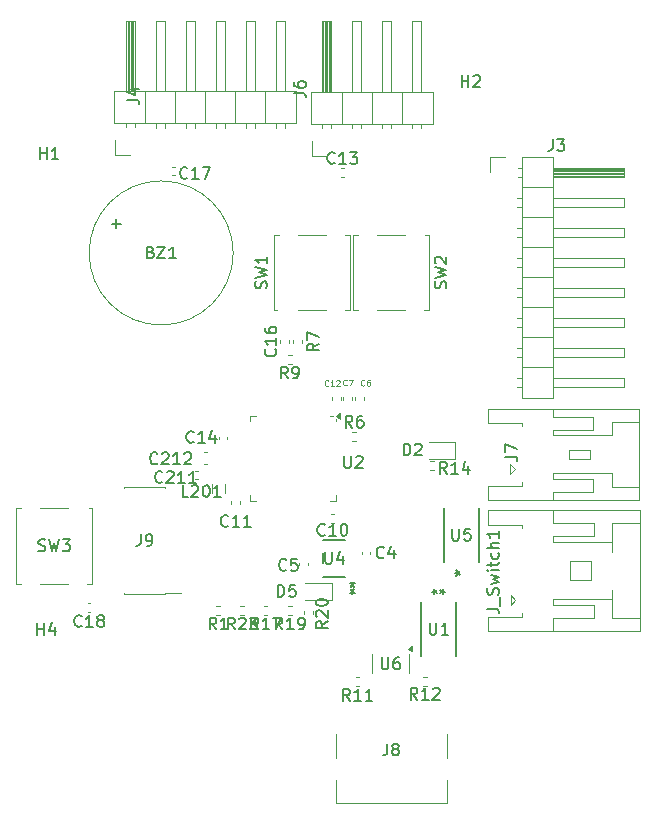
<source format=gbr>
%TF.GenerationSoftware,KiCad,Pcbnew,9.0.0-9.0.0-2~ubuntu22.04.1*%
%TF.CreationDate,2025-03-23T14:57:04+01:00*%
%TF.ProjectId,PCB_Module_Payement,5043425f-4d6f-4647-956c-655f50617965,rev?*%
%TF.SameCoordinates,Original*%
%TF.FileFunction,Legend,Top*%
%TF.FilePolarity,Positive*%
%FSLAX46Y46*%
G04 Gerber Fmt 4.6, Leading zero omitted, Abs format (unit mm)*
G04 Created by KiCad (PCBNEW 9.0.0-9.0.0-2~ubuntu22.04.1) date 2025-03-23 14:57:04*
%MOMM*%
%LPD*%
G01*
G04 APERTURE LIST*
%ADD10C,0.150000*%
%ADD11C,0.125000*%
%ADD12C,0.120000*%
%ADD13C,0.152400*%
G04 APERTURE END LIST*
D10*
X138466667Y-111957200D02*
X138609524Y-112004819D01*
X138609524Y-112004819D02*
X138847619Y-112004819D01*
X138847619Y-112004819D02*
X138942857Y-111957200D01*
X138942857Y-111957200D02*
X138990476Y-111909580D01*
X138990476Y-111909580D02*
X139038095Y-111814342D01*
X139038095Y-111814342D02*
X139038095Y-111719104D01*
X139038095Y-111719104D02*
X138990476Y-111623866D01*
X138990476Y-111623866D02*
X138942857Y-111576247D01*
X138942857Y-111576247D02*
X138847619Y-111528628D01*
X138847619Y-111528628D02*
X138657143Y-111481009D01*
X138657143Y-111481009D02*
X138561905Y-111433390D01*
X138561905Y-111433390D02*
X138514286Y-111385771D01*
X138514286Y-111385771D02*
X138466667Y-111290533D01*
X138466667Y-111290533D02*
X138466667Y-111195295D01*
X138466667Y-111195295D02*
X138514286Y-111100057D01*
X138514286Y-111100057D02*
X138561905Y-111052438D01*
X138561905Y-111052438D02*
X138657143Y-111004819D01*
X138657143Y-111004819D02*
X138895238Y-111004819D01*
X138895238Y-111004819D02*
X139038095Y-111052438D01*
X139371429Y-111004819D02*
X139609524Y-112004819D01*
X139609524Y-112004819D02*
X139800000Y-111290533D01*
X139800000Y-111290533D02*
X139990476Y-112004819D01*
X139990476Y-112004819D02*
X140228572Y-111004819D01*
X140514286Y-111004819D02*
X141133333Y-111004819D01*
X141133333Y-111004819D02*
X140800000Y-111385771D01*
X140800000Y-111385771D02*
X140942857Y-111385771D01*
X140942857Y-111385771D02*
X141038095Y-111433390D01*
X141038095Y-111433390D02*
X141085714Y-111481009D01*
X141085714Y-111481009D02*
X141133333Y-111576247D01*
X141133333Y-111576247D02*
X141133333Y-111814342D01*
X141133333Y-111814342D02*
X141085714Y-111909580D01*
X141085714Y-111909580D02*
X141038095Y-111957200D01*
X141038095Y-111957200D02*
X140942857Y-112004819D01*
X140942857Y-112004819D02*
X140657143Y-112004819D01*
X140657143Y-112004819D02*
X140561905Y-111957200D01*
X140561905Y-111957200D02*
X140514286Y-111909580D01*
X157057142Y-118624819D02*
X156723809Y-118148628D01*
X156485714Y-118624819D02*
X156485714Y-117624819D01*
X156485714Y-117624819D02*
X156866666Y-117624819D01*
X156866666Y-117624819D02*
X156961904Y-117672438D01*
X156961904Y-117672438D02*
X157009523Y-117720057D01*
X157009523Y-117720057D02*
X157057142Y-117815295D01*
X157057142Y-117815295D02*
X157057142Y-117958152D01*
X157057142Y-117958152D02*
X157009523Y-118053390D01*
X157009523Y-118053390D02*
X156961904Y-118101009D01*
X156961904Y-118101009D02*
X156866666Y-118148628D01*
X156866666Y-118148628D02*
X156485714Y-118148628D01*
X158009523Y-118624819D02*
X157438095Y-118624819D01*
X157723809Y-118624819D02*
X157723809Y-117624819D01*
X157723809Y-117624819D02*
X157628571Y-117767676D01*
X157628571Y-117767676D02*
X157533333Y-117862914D01*
X157533333Y-117862914D02*
X157438095Y-117910533D01*
X158342857Y-117624819D02*
X159009523Y-117624819D01*
X159009523Y-117624819D02*
X158580952Y-118624819D01*
X157767200Y-89733332D02*
X157814819Y-89590475D01*
X157814819Y-89590475D02*
X157814819Y-89352380D01*
X157814819Y-89352380D02*
X157767200Y-89257142D01*
X157767200Y-89257142D02*
X157719580Y-89209523D01*
X157719580Y-89209523D02*
X157624342Y-89161904D01*
X157624342Y-89161904D02*
X157529104Y-89161904D01*
X157529104Y-89161904D02*
X157433866Y-89209523D01*
X157433866Y-89209523D02*
X157386247Y-89257142D01*
X157386247Y-89257142D02*
X157338628Y-89352380D01*
X157338628Y-89352380D02*
X157291009Y-89542856D01*
X157291009Y-89542856D02*
X157243390Y-89638094D01*
X157243390Y-89638094D02*
X157195771Y-89685713D01*
X157195771Y-89685713D02*
X157100533Y-89733332D01*
X157100533Y-89733332D02*
X157005295Y-89733332D01*
X157005295Y-89733332D02*
X156910057Y-89685713D01*
X156910057Y-89685713D02*
X156862438Y-89638094D01*
X156862438Y-89638094D02*
X156814819Y-89542856D01*
X156814819Y-89542856D02*
X156814819Y-89304761D01*
X156814819Y-89304761D02*
X156862438Y-89161904D01*
X156814819Y-88828570D02*
X157814819Y-88590475D01*
X157814819Y-88590475D02*
X157100533Y-88399999D01*
X157100533Y-88399999D02*
X157814819Y-88209523D01*
X157814819Y-88209523D02*
X156814819Y-87971428D01*
X157814819Y-87066666D02*
X157814819Y-87638094D01*
X157814819Y-87352380D02*
X156814819Y-87352380D01*
X156814819Y-87352380D02*
X156957676Y-87447618D01*
X156957676Y-87447618D02*
X157052914Y-87542856D01*
X157052914Y-87542856D02*
X157100533Y-87638094D01*
X154527142Y-109849580D02*
X154479523Y-109897200D01*
X154479523Y-109897200D02*
X154336666Y-109944819D01*
X154336666Y-109944819D02*
X154241428Y-109944819D01*
X154241428Y-109944819D02*
X154098571Y-109897200D01*
X154098571Y-109897200D02*
X154003333Y-109801961D01*
X154003333Y-109801961D02*
X153955714Y-109706723D01*
X153955714Y-109706723D02*
X153908095Y-109516247D01*
X153908095Y-109516247D02*
X153908095Y-109373390D01*
X153908095Y-109373390D02*
X153955714Y-109182914D01*
X153955714Y-109182914D02*
X154003333Y-109087676D01*
X154003333Y-109087676D02*
X154098571Y-108992438D01*
X154098571Y-108992438D02*
X154241428Y-108944819D01*
X154241428Y-108944819D02*
X154336666Y-108944819D01*
X154336666Y-108944819D02*
X154479523Y-108992438D01*
X154479523Y-108992438D02*
X154527142Y-109040057D01*
X155479523Y-109944819D02*
X154908095Y-109944819D01*
X155193809Y-109944819D02*
X155193809Y-108944819D01*
X155193809Y-108944819D02*
X155098571Y-109087676D01*
X155098571Y-109087676D02*
X155003333Y-109182914D01*
X155003333Y-109182914D02*
X154908095Y-109230533D01*
X156431904Y-109944819D02*
X155860476Y-109944819D01*
X156146190Y-109944819D02*
X156146190Y-108944819D01*
X156146190Y-108944819D02*
X156050952Y-109087676D01*
X156050952Y-109087676D02*
X155955714Y-109182914D01*
X155955714Y-109182914D02*
X155860476Y-109230533D01*
X158721905Y-115854819D02*
X158721905Y-114854819D01*
X158721905Y-114854819D02*
X158960000Y-114854819D01*
X158960000Y-114854819D02*
X159102857Y-114902438D01*
X159102857Y-114902438D02*
X159198095Y-114997676D01*
X159198095Y-114997676D02*
X159245714Y-115092914D01*
X159245714Y-115092914D02*
X159293333Y-115283390D01*
X159293333Y-115283390D02*
X159293333Y-115426247D01*
X159293333Y-115426247D02*
X159245714Y-115616723D01*
X159245714Y-115616723D02*
X159198095Y-115711961D01*
X159198095Y-115711961D02*
X159102857Y-115807200D01*
X159102857Y-115807200D02*
X158960000Y-115854819D01*
X158960000Y-115854819D02*
X158721905Y-115854819D01*
X160198095Y-114854819D02*
X159721905Y-114854819D01*
X159721905Y-114854819D02*
X159674286Y-115331009D01*
X159674286Y-115331009D02*
X159721905Y-115283390D01*
X159721905Y-115283390D02*
X159817143Y-115235771D01*
X159817143Y-115235771D02*
X160055238Y-115235771D01*
X160055238Y-115235771D02*
X160150476Y-115283390D01*
X160150476Y-115283390D02*
X160198095Y-115331009D01*
X160198095Y-115331009D02*
X160245714Y-115426247D01*
X160245714Y-115426247D02*
X160245714Y-115664342D01*
X160245714Y-115664342D02*
X160198095Y-115759580D01*
X160198095Y-115759580D02*
X160150476Y-115807200D01*
X160150476Y-115807200D02*
X160055238Y-115854819D01*
X160055238Y-115854819D02*
X159817143Y-115854819D01*
X159817143Y-115854819D02*
X159721905Y-115807200D01*
X159721905Y-115807200D02*
X159674286Y-115759580D01*
X169381905Y-103894819D02*
X169381905Y-102894819D01*
X169381905Y-102894819D02*
X169620000Y-102894819D01*
X169620000Y-102894819D02*
X169762857Y-102942438D01*
X169762857Y-102942438D02*
X169858095Y-103037676D01*
X169858095Y-103037676D02*
X169905714Y-103132914D01*
X169905714Y-103132914D02*
X169953333Y-103323390D01*
X169953333Y-103323390D02*
X169953333Y-103466247D01*
X169953333Y-103466247D02*
X169905714Y-103656723D01*
X169905714Y-103656723D02*
X169858095Y-103751961D01*
X169858095Y-103751961D02*
X169762857Y-103847200D01*
X169762857Y-103847200D02*
X169620000Y-103894819D01*
X169620000Y-103894819D02*
X169381905Y-103894819D01*
X170334286Y-102990057D02*
X170381905Y-102942438D01*
X170381905Y-102942438D02*
X170477143Y-102894819D01*
X170477143Y-102894819D02*
X170715238Y-102894819D01*
X170715238Y-102894819D02*
X170810476Y-102942438D01*
X170810476Y-102942438D02*
X170858095Y-102990057D01*
X170858095Y-102990057D02*
X170905714Y-103085295D01*
X170905714Y-103085295D02*
X170905714Y-103180533D01*
X170905714Y-103180533D02*
X170858095Y-103323390D01*
X170858095Y-103323390D02*
X170286667Y-103894819D01*
X170286667Y-103894819D02*
X170905714Y-103894819D01*
D11*
X163008571Y-97977190D02*
X162984762Y-98001000D01*
X162984762Y-98001000D02*
X162913333Y-98024809D01*
X162913333Y-98024809D02*
X162865714Y-98024809D01*
X162865714Y-98024809D02*
X162794286Y-98001000D01*
X162794286Y-98001000D02*
X162746667Y-97953380D01*
X162746667Y-97953380D02*
X162722857Y-97905761D01*
X162722857Y-97905761D02*
X162699048Y-97810523D01*
X162699048Y-97810523D02*
X162699048Y-97739095D01*
X162699048Y-97739095D02*
X162722857Y-97643857D01*
X162722857Y-97643857D02*
X162746667Y-97596238D01*
X162746667Y-97596238D02*
X162794286Y-97548619D01*
X162794286Y-97548619D02*
X162865714Y-97524809D01*
X162865714Y-97524809D02*
X162913333Y-97524809D01*
X162913333Y-97524809D02*
X162984762Y-97548619D01*
X162984762Y-97548619D02*
X163008571Y-97572428D01*
X163484762Y-98024809D02*
X163199048Y-98024809D01*
X163341905Y-98024809D02*
X163341905Y-97524809D01*
X163341905Y-97524809D02*
X163294286Y-97596238D01*
X163294286Y-97596238D02*
X163246667Y-97643857D01*
X163246667Y-97643857D02*
X163199048Y-97667666D01*
X163675238Y-97572428D02*
X163699047Y-97548619D01*
X163699047Y-97548619D02*
X163746666Y-97524809D01*
X163746666Y-97524809D02*
X163865714Y-97524809D01*
X163865714Y-97524809D02*
X163913333Y-97548619D01*
X163913333Y-97548619D02*
X163937142Y-97572428D01*
X163937142Y-97572428D02*
X163960952Y-97620047D01*
X163960952Y-97620047D02*
X163960952Y-97667666D01*
X163960952Y-97667666D02*
X163937142Y-97739095D01*
X163937142Y-97739095D02*
X163651428Y-98024809D01*
X163651428Y-98024809D02*
X163960952Y-98024809D01*
D10*
X159443333Y-113559580D02*
X159395714Y-113607200D01*
X159395714Y-113607200D02*
X159252857Y-113654819D01*
X159252857Y-113654819D02*
X159157619Y-113654819D01*
X159157619Y-113654819D02*
X159014762Y-113607200D01*
X159014762Y-113607200D02*
X158919524Y-113511961D01*
X158919524Y-113511961D02*
X158871905Y-113416723D01*
X158871905Y-113416723D02*
X158824286Y-113226247D01*
X158824286Y-113226247D02*
X158824286Y-113083390D01*
X158824286Y-113083390D02*
X158871905Y-112892914D01*
X158871905Y-112892914D02*
X158919524Y-112797676D01*
X158919524Y-112797676D02*
X159014762Y-112702438D01*
X159014762Y-112702438D02*
X159157619Y-112654819D01*
X159157619Y-112654819D02*
X159252857Y-112654819D01*
X159252857Y-112654819D02*
X159395714Y-112702438D01*
X159395714Y-112702438D02*
X159443333Y-112750057D01*
X160348095Y-112654819D02*
X159871905Y-112654819D01*
X159871905Y-112654819D02*
X159824286Y-113131009D01*
X159824286Y-113131009D02*
X159871905Y-113083390D01*
X159871905Y-113083390D02*
X159967143Y-113035771D01*
X159967143Y-113035771D02*
X160205238Y-113035771D01*
X160205238Y-113035771D02*
X160300476Y-113083390D01*
X160300476Y-113083390D02*
X160348095Y-113131009D01*
X160348095Y-113131009D02*
X160395714Y-113226247D01*
X160395714Y-113226247D02*
X160395714Y-113464342D01*
X160395714Y-113464342D02*
X160348095Y-113559580D01*
X160348095Y-113559580D02*
X160300476Y-113607200D01*
X160300476Y-113607200D02*
X160205238Y-113654819D01*
X160205238Y-113654819D02*
X159967143Y-113654819D01*
X159967143Y-113654819D02*
X159871905Y-113607200D01*
X159871905Y-113607200D02*
X159824286Y-113559580D01*
X151067142Y-80379580D02*
X151019523Y-80427200D01*
X151019523Y-80427200D02*
X150876666Y-80474819D01*
X150876666Y-80474819D02*
X150781428Y-80474819D01*
X150781428Y-80474819D02*
X150638571Y-80427200D01*
X150638571Y-80427200D02*
X150543333Y-80331961D01*
X150543333Y-80331961D02*
X150495714Y-80236723D01*
X150495714Y-80236723D02*
X150448095Y-80046247D01*
X150448095Y-80046247D02*
X150448095Y-79903390D01*
X150448095Y-79903390D02*
X150495714Y-79712914D01*
X150495714Y-79712914D02*
X150543333Y-79617676D01*
X150543333Y-79617676D02*
X150638571Y-79522438D01*
X150638571Y-79522438D02*
X150781428Y-79474819D01*
X150781428Y-79474819D02*
X150876666Y-79474819D01*
X150876666Y-79474819D02*
X151019523Y-79522438D01*
X151019523Y-79522438D02*
X151067142Y-79570057D01*
X152019523Y-80474819D02*
X151448095Y-80474819D01*
X151733809Y-80474819D02*
X151733809Y-79474819D01*
X151733809Y-79474819D02*
X151638571Y-79617676D01*
X151638571Y-79617676D02*
X151543333Y-79712914D01*
X151543333Y-79712914D02*
X151448095Y-79760533D01*
X152352857Y-79474819D02*
X153019523Y-79474819D01*
X153019523Y-79474819D02*
X152590952Y-80474819D01*
X167986666Y-128289819D02*
X167986666Y-129004104D01*
X167986666Y-129004104D02*
X167939047Y-129146961D01*
X167939047Y-129146961D02*
X167843809Y-129242200D01*
X167843809Y-129242200D02*
X167700952Y-129289819D01*
X167700952Y-129289819D02*
X167605714Y-129289819D01*
X168605714Y-128718390D02*
X168510476Y-128670771D01*
X168510476Y-128670771D02*
X168462857Y-128623152D01*
X168462857Y-128623152D02*
X168415238Y-128527914D01*
X168415238Y-128527914D02*
X168415238Y-128480295D01*
X168415238Y-128480295D02*
X168462857Y-128385057D01*
X168462857Y-128385057D02*
X168510476Y-128337438D01*
X168510476Y-128337438D02*
X168605714Y-128289819D01*
X168605714Y-128289819D02*
X168796190Y-128289819D01*
X168796190Y-128289819D02*
X168891428Y-128337438D01*
X168891428Y-128337438D02*
X168939047Y-128385057D01*
X168939047Y-128385057D02*
X168986666Y-128480295D01*
X168986666Y-128480295D02*
X168986666Y-128527914D01*
X168986666Y-128527914D02*
X168939047Y-128623152D01*
X168939047Y-128623152D02*
X168891428Y-128670771D01*
X168891428Y-128670771D02*
X168796190Y-128718390D01*
X168796190Y-128718390D02*
X168605714Y-128718390D01*
X168605714Y-128718390D02*
X168510476Y-128766009D01*
X168510476Y-128766009D02*
X168462857Y-128813628D01*
X168462857Y-128813628D02*
X168415238Y-128908866D01*
X168415238Y-128908866D02*
X168415238Y-129099342D01*
X168415238Y-129099342D02*
X168462857Y-129194580D01*
X168462857Y-129194580D02*
X168510476Y-129242200D01*
X168510476Y-129242200D02*
X168605714Y-129289819D01*
X168605714Y-129289819D02*
X168796190Y-129289819D01*
X168796190Y-129289819D02*
X168891428Y-129242200D01*
X168891428Y-129242200D02*
X168939047Y-129194580D01*
X168939047Y-129194580D02*
X168986666Y-129099342D01*
X168986666Y-129099342D02*
X168986666Y-128908866D01*
X168986666Y-128908866D02*
X168939047Y-128813628D01*
X168939047Y-128813628D02*
X168891428Y-128766009D01*
X168891428Y-128766009D02*
X168796190Y-128718390D01*
X147116666Y-110554819D02*
X147116666Y-111269104D01*
X147116666Y-111269104D02*
X147069047Y-111411961D01*
X147069047Y-111411961D02*
X146973809Y-111507200D01*
X146973809Y-111507200D02*
X146830952Y-111554819D01*
X146830952Y-111554819D02*
X146735714Y-111554819D01*
X147640476Y-111554819D02*
X147830952Y-111554819D01*
X147830952Y-111554819D02*
X147926190Y-111507200D01*
X147926190Y-111507200D02*
X147973809Y-111459580D01*
X147973809Y-111459580D02*
X148069047Y-111316723D01*
X148069047Y-111316723D02*
X148116666Y-111126247D01*
X148116666Y-111126247D02*
X148116666Y-110745295D01*
X148116666Y-110745295D02*
X148069047Y-110650057D01*
X148069047Y-110650057D02*
X148021428Y-110602438D01*
X148021428Y-110602438D02*
X147926190Y-110554819D01*
X147926190Y-110554819D02*
X147735714Y-110554819D01*
X147735714Y-110554819D02*
X147640476Y-110602438D01*
X147640476Y-110602438D02*
X147592857Y-110650057D01*
X147592857Y-110650057D02*
X147545238Y-110745295D01*
X147545238Y-110745295D02*
X147545238Y-110983390D01*
X147545238Y-110983390D02*
X147592857Y-111078628D01*
X147592857Y-111078628D02*
X147640476Y-111126247D01*
X147640476Y-111126247D02*
X147735714Y-111173866D01*
X147735714Y-111173866D02*
X147926190Y-111173866D01*
X147926190Y-111173866D02*
X148021428Y-111126247D01*
X148021428Y-111126247D02*
X148069047Y-111078628D01*
X148069047Y-111078628D02*
X148116666Y-110983390D01*
D11*
X164556666Y-97917190D02*
X164532857Y-97941000D01*
X164532857Y-97941000D02*
X164461428Y-97964809D01*
X164461428Y-97964809D02*
X164413809Y-97964809D01*
X164413809Y-97964809D02*
X164342381Y-97941000D01*
X164342381Y-97941000D02*
X164294762Y-97893380D01*
X164294762Y-97893380D02*
X164270952Y-97845761D01*
X164270952Y-97845761D02*
X164247143Y-97750523D01*
X164247143Y-97750523D02*
X164247143Y-97679095D01*
X164247143Y-97679095D02*
X164270952Y-97583857D01*
X164270952Y-97583857D02*
X164294762Y-97536238D01*
X164294762Y-97536238D02*
X164342381Y-97488619D01*
X164342381Y-97488619D02*
X164413809Y-97464809D01*
X164413809Y-97464809D02*
X164461428Y-97464809D01*
X164461428Y-97464809D02*
X164532857Y-97488619D01*
X164532857Y-97488619D02*
X164556666Y-97512428D01*
X164723333Y-97464809D02*
X165056666Y-97464809D01*
X165056666Y-97464809D02*
X164842381Y-97964809D01*
D10*
X158519580Y-94892857D02*
X158567200Y-94940476D01*
X158567200Y-94940476D02*
X158614819Y-95083333D01*
X158614819Y-95083333D02*
X158614819Y-95178571D01*
X158614819Y-95178571D02*
X158567200Y-95321428D01*
X158567200Y-95321428D02*
X158471961Y-95416666D01*
X158471961Y-95416666D02*
X158376723Y-95464285D01*
X158376723Y-95464285D02*
X158186247Y-95511904D01*
X158186247Y-95511904D02*
X158043390Y-95511904D01*
X158043390Y-95511904D02*
X157852914Y-95464285D01*
X157852914Y-95464285D02*
X157757676Y-95416666D01*
X157757676Y-95416666D02*
X157662438Y-95321428D01*
X157662438Y-95321428D02*
X157614819Y-95178571D01*
X157614819Y-95178571D02*
X157614819Y-95083333D01*
X157614819Y-95083333D02*
X157662438Y-94940476D01*
X157662438Y-94940476D02*
X157710057Y-94892857D01*
X158614819Y-93940476D02*
X158614819Y-94511904D01*
X158614819Y-94226190D02*
X157614819Y-94226190D01*
X157614819Y-94226190D02*
X157757676Y-94321428D01*
X157757676Y-94321428D02*
X157852914Y-94416666D01*
X157852914Y-94416666D02*
X157900533Y-94511904D01*
X157614819Y-93083333D02*
X157614819Y-93273809D01*
X157614819Y-93273809D02*
X157662438Y-93369047D01*
X157662438Y-93369047D02*
X157710057Y-93416666D01*
X157710057Y-93416666D02*
X157852914Y-93511904D01*
X157852914Y-93511904D02*
X158043390Y-93559523D01*
X158043390Y-93559523D02*
X158424342Y-93559523D01*
X158424342Y-93559523D02*
X158519580Y-93511904D01*
X158519580Y-93511904D02*
X158567200Y-93464285D01*
X158567200Y-93464285D02*
X158614819Y-93369047D01*
X158614819Y-93369047D02*
X158614819Y-93178571D01*
X158614819Y-93178571D02*
X158567200Y-93083333D01*
X158567200Y-93083333D02*
X158519580Y-93035714D01*
X158519580Y-93035714D02*
X158424342Y-92988095D01*
X158424342Y-92988095D02*
X158186247Y-92988095D01*
X158186247Y-92988095D02*
X158091009Y-93035714D01*
X158091009Y-93035714D02*
X158043390Y-93083333D01*
X158043390Y-93083333D02*
X157995771Y-93178571D01*
X157995771Y-93178571D02*
X157995771Y-93369047D01*
X157995771Y-93369047D02*
X158043390Y-93464285D01*
X158043390Y-93464285D02*
X158091009Y-93511904D01*
X158091009Y-93511904D02*
X158186247Y-93559523D01*
X178004819Y-103993333D02*
X178719104Y-103993333D01*
X178719104Y-103993333D02*
X178861961Y-104040952D01*
X178861961Y-104040952D02*
X178957200Y-104136190D01*
X178957200Y-104136190D02*
X179004819Y-104279047D01*
X179004819Y-104279047D02*
X179004819Y-104374285D01*
X178004819Y-103612380D02*
X178004819Y-102945714D01*
X178004819Y-102945714D02*
X179004819Y-103374285D01*
X165033333Y-101534819D02*
X164700000Y-101058628D01*
X164461905Y-101534819D02*
X164461905Y-100534819D01*
X164461905Y-100534819D02*
X164842857Y-100534819D01*
X164842857Y-100534819D02*
X164938095Y-100582438D01*
X164938095Y-100582438D02*
X164985714Y-100630057D01*
X164985714Y-100630057D02*
X165033333Y-100725295D01*
X165033333Y-100725295D02*
X165033333Y-100868152D01*
X165033333Y-100868152D02*
X164985714Y-100963390D01*
X164985714Y-100963390D02*
X164938095Y-101011009D01*
X164938095Y-101011009D02*
X164842857Y-101058628D01*
X164842857Y-101058628D02*
X164461905Y-101058628D01*
X165890476Y-100534819D02*
X165700000Y-100534819D01*
X165700000Y-100534819D02*
X165604762Y-100582438D01*
X165604762Y-100582438D02*
X165557143Y-100630057D01*
X165557143Y-100630057D02*
X165461905Y-100772914D01*
X165461905Y-100772914D02*
X165414286Y-100963390D01*
X165414286Y-100963390D02*
X165414286Y-101344342D01*
X165414286Y-101344342D02*
X165461905Y-101439580D01*
X165461905Y-101439580D02*
X165509524Y-101487200D01*
X165509524Y-101487200D02*
X165604762Y-101534819D01*
X165604762Y-101534819D02*
X165795238Y-101534819D01*
X165795238Y-101534819D02*
X165890476Y-101487200D01*
X165890476Y-101487200D02*
X165938095Y-101439580D01*
X165938095Y-101439580D02*
X165985714Y-101344342D01*
X165985714Y-101344342D02*
X165985714Y-101106247D01*
X165985714Y-101106247D02*
X165938095Y-101011009D01*
X165938095Y-101011009D02*
X165890476Y-100963390D01*
X165890476Y-100963390D02*
X165795238Y-100915771D01*
X165795238Y-100915771D02*
X165604762Y-100915771D01*
X165604762Y-100915771D02*
X165509524Y-100963390D01*
X165509524Y-100963390D02*
X165461905Y-101011009D01*
X165461905Y-101011009D02*
X165414286Y-101106247D01*
X181996666Y-77109819D02*
X181996666Y-77824104D01*
X181996666Y-77824104D02*
X181949047Y-77966961D01*
X181949047Y-77966961D02*
X181853809Y-78062200D01*
X181853809Y-78062200D02*
X181710952Y-78109819D01*
X181710952Y-78109819D02*
X181615714Y-78109819D01*
X182377619Y-77109819D02*
X182996666Y-77109819D01*
X182996666Y-77109819D02*
X182663333Y-77490771D01*
X182663333Y-77490771D02*
X182806190Y-77490771D01*
X182806190Y-77490771D02*
X182901428Y-77538390D01*
X182901428Y-77538390D02*
X182949047Y-77586009D01*
X182949047Y-77586009D02*
X182996666Y-77681247D01*
X182996666Y-77681247D02*
X182996666Y-77919342D01*
X182996666Y-77919342D02*
X182949047Y-78014580D01*
X182949047Y-78014580D02*
X182901428Y-78062200D01*
X182901428Y-78062200D02*
X182806190Y-78109819D01*
X182806190Y-78109819D02*
X182520476Y-78109819D01*
X182520476Y-78109819D02*
X182425238Y-78062200D01*
X182425238Y-78062200D02*
X182377619Y-78014580D01*
X162944819Y-117952857D02*
X162468628Y-118286190D01*
X162944819Y-118524285D02*
X161944819Y-118524285D01*
X161944819Y-118524285D02*
X161944819Y-118143333D01*
X161944819Y-118143333D02*
X161992438Y-118048095D01*
X161992438Y-118048095D02*
X162040057Y-118000476D01*
X162040057Y-118000476D02*
X162135295Y-117952857D01*
X162135295Y-117952857D02*
X162278152Y-117952857D01*
X162278152Y-117952857D02*
X162373390Y-118000476D01*
X162373390Y-118000476D02*
X162421009Y-118048095D01*
X162421009Y-118048095D02*
X162468628Y-118143333D01*
X162468628Y-118143333D02*
X162468628Y-118524285D01*
X162040057Y-117571904D02*
X161992438Y-117524285D01*
X161992438Y-117524285D02*
X161944819Y-117429047D01*
X161944819Y-117429047D02*
X161944819Y-117190952D01*
X161944819Y-117190952D02*
X161992438Y-117095714D01*
X161992438Y-117095714D02*
X162040057Y-117048095D01*
X162040057Y-117048095D02*
X162135295Y-117000476D01*
X162135295Y-117000476D02*
X162230533Y-117000476D01*
X162230533Y-117000476D02*
X162373390Y-117048095D01*
X162373390Y-117048095D02*
X162944819Y-117619523D01*
X162944819Y-117619523D02*
X162944819Y-117000476D01*
X161944819Y-116381428D02*
X161944819Y-116286190D01*
X161944819Y-116286190D02*
X161992438Y-116190952D01*
X161992438Y-116190952D02*
X162040057Y-116143333D01*
X162040057Y-116143333D02*
X162135295Y-116095714D01*
X162135295Y-116095714D02*
X162325771Y-116048095D01*
X162325771Y-116048095D02*
X162563866Y-116048095D01*
X162563866Y-116048095D02*
X162754342Y-116095714D01*
X162754342Y-116095714D02*
X162849580Y-116143333D01*
X162849580Y-116143333D02*
X162897200Y-116190952D01*
X162897200Y-116190952D02*
X162944819Y-116286190D01*
X162944819Y-116286190D02*
X162944819Y-116381428D01*
X162944819Y-116381428D02*
X162897200Y-116476666D01*
X162897200Y-116476666D02*
X162849580Y-116524285D01*
X162849580Y-116524285D02*
X162754342Y-116571904D01*
X162754342Y-116571904D02*
X162563866Y-116619523D01*
X162563866Y-116619523D02*
X162325771Y-116619523D01*
X162325771Y-116619523D02*
X162135295Y-116571904D01*
X162135295Y-116571904D02*
X162040057Y-116524285D01*
X162040057Y-116524285D02*
X161992438Y-116476666D01*
X161992438Y-116476666D02*
X161944819Y-116381428D01*
X159107142Y-118624819D02*
X158773809Y-118148628D01*
X158535714Y-118624819D02*
X158535714Y-117624819D01*
X158535714Y-117624819D02*
X158916666Y-117624819D01*
X158916666Y-117624819D02*
X159011904Y-117672438D01*
X159011904Y-117672438D02*
X159059523Y-117720057D01*
X159059523Y-117720057D02*
X159107142Y-117815295D01*
X159107142Y-117815295D02*
X159107142Y-117958152D01*
X159107142Y-117958152D02*
X159059523Y-118053390D01*
X159059523Y-118053390D02*
X159011904Y-118101009D01*
X159011904Y-118101009D02*
X158916666Y-118148628D01*
X158916666Y-118148628D02*
X158535714Y-118148628D01*
X160059523Y-118624819D02*
X159488095Y-118624819D01*
X159773809Y-118624819D02*
X159773809Y-117624819D01*
X159773809Y-117624819D02*
X159678571Y-117767676D01*
X159678571Y-117767676D02*
X159583333Y-117862914D01*
X159583333Y-117862914D02*
X159488095Y-117910533D01*
X160535714Y-118624819D02*
X160726190Y-118624819D01*
X160726190Y-118624819D02*
X160821428Y-118577200D01*
X160821428Y-118577200D02*
X160869047Y-118529580D01*
X160869047Y-118529580D02*
X160964285Y-118386723D01*
X160964285Y-118386723D02*
X161011904Y-118196247D01*
X161011904Y-118196247D02*
X161011904Y-117815295D01*
X161011904Y-117815295D02*
X160964285Y-117720057D01*
X160964285Y-117720057D02*
X160916666Y-117672438D01*
X160916666Y-117672438D02*
X160821428Y-117624819D01*
X160821428Y-117624819D02*
X160630952Y-117624819D01*
X160630952Y-117624819D02*
X160535714Y-117672438D01*
X160535714Y-117672438D02*
X160488095Y-117720057D01*
X160488095Y-117720057D02*
X160440476Y-117815295D01*
X160440476Y-117815295D02*
X160440476Y-118053390D01*
X160440476Y-118053390D02*
X160488095Y-118148628D01*
X160488095Y-118148628D02*
X160535714Y-118196247D01*
X160535714Y-118196247D02*
X160630952Y-118243866D01*
X160630952Y-118243866D02*
X160821428Y-118243866D01*
X160821428Y-118243866D02*
X160916666Y-118196247D01*
X160916666Y-118196247D02*
X160964285Y-118148628D01*
X160964285Y-118148628D02*
X161011904Y-118053390D01*
X147969047Y-86681009D02*
X148111904Y-86728628D01*
X148111904Y-86728628D02*
X148159523Y-86776247D01*
X148159523Y-86776247D02*
X148207142Y-86871485D01*
X148207142Y-86871485D02*
X148207142Y-87014342D01*
X148207142Y-87014342D02*
X148159523Y-87109580D01*
X148159523Y-87109580D02*
X148111904Y-87157200D01*
X148111904Y-87157200D02*
X148016666Y-87204819D01*
X148016666Y-87204819D02*
X147635714Y-87204819D01*
X147635714Y-87204819D02*
X147635714Y-86204819D01*
X147635714Y-86204819D02*
X147969047Y-86204819D01*
X147969047Y-86204819D02*
X148064285Y-86252438D01*
X148064285Y-86252438D02*
X148111904Y-86300057D01*
X148111904Y-86300057D02*
X148159523Y-86395295D01*
X148159523Y-86395295D02*
X148159523Y-86490533D01*
X148159523Y-86490533D02*
X148111904Y-86585771D01*
X148111904Y-86585771D02*
X148064285Y-86633390D01*
X148064285Y-86633390D02*
X147969047Y-86681009D01*
X147969047Y-86681009D02*
X147635714Y-86681009D01*
X148540476Y-86204819D02*
X149207142Y-86204819D01*
X149207142Y-86204819D02*
X148540476Y-87204819D01*
X148540476Y-87204819D02*
X149207142Y-87204819D01*
X150111904Y-87204819D02*
X149540476Y-87204819D01*
X149826190Y-87204819D02*
X149826190Y-86204819D01*
X149826190Y-86204819D02*
X149730952Y-86347676D01*
X149730952Y-86347676D02*
X149635714Y-86442914D01*
X149635714Y-86442914D02*
X149540476Y-86490533D01*
X144659048Y-84283866D02*
X145420953Y-84283866D01*
X145040000Y-84664819D02*
X145040000Y-83902914D01*
X160074819Y-73198333D02*
X160789104Y-73198333D01*
X160789104Y-73198333D02*
X160931961Y-73245952D01*
X160931961Y-73245952D02*
X161027200Y-73341190D01*
X161027200Y-73341190D02*
X161074819Y-73484047D01*
X161074819Y-73484047D02*
X161074819Y-73579285D01*
X160074819Y-72293571D02*
X160074819Y-72484047D01*
X160074819Y-72484047D02*
X160122438Y-72579285D01*
X160122438Y-72579285D02*
X160170057Y-72626904D01*
X160170057Y-72626904D02*
X160312914Y-72722142D01*
X160312914Y-72722142D02*
X160503390Y-72769761D01*
X160503390Y-72769761D02*
X160884342Y-72769761D01*
X160884342Y-72769761D02*
X160979580Y-72722142D01*
X160979580Y-72722142D02*
X161027200Y-72674523D01*
X161027200Y-72674523D02*
X161074819Y-72579285D01*
X161074819Y-72579285D02*
X161074819Y-72388809D01*
X161074819Y-72388809D02*
X161027200Y-72293571D01*
X161027200Y-72293571D02*
X160979580Y-72245952D01*
X160979580Y-72245952D02*
X160884342Y-72198333D01*
X160884342Y-72198333D02*
X160646247Y-72198333D01*
X160646247Y-72198333D02*
X160551009Y-72245952D01*
X160551009Y-72245952D02*
X160503390Y-72293571D01*
X160503390Y-72293571D02*
X160455771Y-72388809D01*
X160455771Y-72388809D02*
X160455771Y-72579285D01*
X160455771Y-72579285D02*
X160503390Y-72674523D01*
X160503390Y-72674523D02*
X160551009Y-72722142D01*
X160551009Y-72722142D02*
X160646247Y-72769761D01*
X142117142Y-118319580D02*
X142069523Y-118367200D01*
X142069523Y-118367200D02*
X141926666Y-118414819D01*
X141926666Y-118414819D02*
X141831428Y-118414819D01*
X141831428Y-118414819D02*
X141688571Y-118367200D01*
X141688571Y-118367200D02*
X141593333Y-118271961D01*
X141593333Y-118271961D02*
X141545714Y-118176723D01*
X141545714Y-118176723D02*
X141498095Y-117986247D01*
X141498095Y-117986247D02*
X141498095Y-117843390D01*
X141498095Y-117843390D02*
X141545714Y-117652914D01*
X141545714Y-117652914D02*
X141593333Y-117557676D01*
X141593333Y-117557676D02*
X141688571Y-117462438D01*
X141688571Y-117462438D02*
X141831428Y-117414819D01*
X141831428Y-117414819D02*
X141926666Y-117414819D01*
X141926666Y-117414819D02*
X142069523Y-117462438D01*
X142069523Y-117462438D02*
X142117142Y-117510057D01*
X143069523Y-118414819D02*
X142498095Y-118414819D01*
X142783809Y-118414819D02*
X142783809Y-117414819D01*
X142783809Y-117414819D02*
X142688571Y-117557676D01*
X142688571Y-117557676D02*
X142593333Y-117652914D01*
X142593333Y-117652914D02*
X142498095Y-117700533D01*
X143640952Y-117843390D02*
X143545714Y-117795771D01*
X143545714Y-117795771D02*
X143498095Y-117748152D01*
X143498095Y-117748152D02*
X143450476Y-117652914D01*
X143450476Y-117652914D02*
X143450476Y-117605295D01*
X143450476Y-117605295D02*
X143498095Y-117510057D01*
X143498095Y-117510057D02*
X143545714Y-117462438D01*
X143545714Y-117462438D02*
X143640952Y-117414819D01*
X143640952Y-117414819D02*
X143831428Y-117414819D01*
X143831428Y-117414819D02*
X143926666Y-117462438D01*
X143926666Y-117462438D02*
X143974285Y-117510057D01*
X143974285Y-117510057D02*
X144021904Y-117605295D01*
X144021904Y-117605295D02*
X144021904Y-117652914D01*
X144021904Y-117652914D02*
X143974285Y-117748152D01*
X143974285Y-117748152D02*
X143926666Y-117795771D01*
X143926666Y-117795771D02*
X143831428Y-117843390D01*
X143831428Y-117843390D02*
X143640952Y-117843390D01*
X143640952Y-117843390D02*
X143545714Y-117891009D01*
X143545714Y-117891009D02*
X143498095Y-117938628D01*
X143498095Y-117938628D02*
X143450476Y-118033866D01*
X143450476Y-118033866D02*
X143450476Y-118224342D01*
X143450476Y-118224342D02*
X143498095Y-118319580D01*
X143498095Y-118319580D02*
X143545714Y-118367200D01*
X143545714Y-118367200D02*
X143640952Y-118414819D01*
X143640952Y-118414819D02*
X143831428Y-118414819D01*
X143831428Y-118414819D02*
X143926666Y-118367200D01*
X143926666Y-118367200D02*
X143974285Y-118319580D01*
X143974285Y-118319580D02*
X144021904Y-118224342D01*
X144021904Y-118224342D02*
X144021904Y-118033866D01*
X144021904Y-118033866D02*
X143974285Y-117938628D01*
X143974285Y-117938628D02*
X143926666Y-117891009D01*
X143926666Y-117891009D02*
X143831428Y-117843390D01*
X173037142Y-105434819D02*
X172703809Y-104958628D01*
X172465714Y-105434819D02*
X172465714Y-104434819D01*
X172465714Y-104434819D02*
X172846666Y-104434819D01*
X172846666Y-104434819D02*
X172941904Y-104482438D01*
X172941904Y-104482438D02*
X172989523Y-104530057D01*
X172989523Y-104530057D02*
X173037142Y-104625295D01*
X173037142Y-104625295D02*
X173037142Y-104768152D01*
X173037142Y-104768152D02*
X172989523Y-104863390D01*
X172989523Y-104863390D02*
X172941904Y-104911009D01*
X172941904Y-104911009D02*
X172846666Y-104958628D01*
X172846666Y-104958628D02*
X172465714Y-104958628D01*
X173989523Y-105434819D02*
X173418095Y-105434819D01*
X173703809Y-105434819D02*
X173703809Y-104434819D01*
X173703809Y-104434819D02*
X173608571Y-104577676D01*
X173608571Y-104577676D02*
X173513333Y-104672914D01*
X173513333Y-104672914D02*
X173418095Y-104720533D01*
X174846666Y-104768152D02*
X174846666Y-105434819D01*
X174608571Y-104387200D02*
X174370476Y-105101485D01*
X174370476Y-105101485D02*
X174989523Y-105101485D01*
X153523333Y-118624819D02*
X153190000Y-118148628D01*
X152951905Y-118624819D02*
X152951905Y-117624819D01*
X152951905Y-117624819D02*
X153332857Y-117624819D01*
X153332857Y-117624819D02*
X153428095Y-117672438D01*
X153428095Y-117672438D02*
X153475714Y-117720057D01*
X153475714Y-117720057D02*
X153523333Y-117815295D01*
X153523333Y-117815295D02*
X153523333Y-117958152D01*
X153523333Y-117958152D02*
X153475714Y-118053390D01*
X153475714Y-118053390D02*
X153428095Y-118101009D01*
X153428095Y-118101009D02*
X153332857Y-118148628D01*
X153332857Y-118148628D02*
X152951905Y-118148628D01*
X154475714Y-118624819D02*
X153904286Y-118624819D01*
X154190000Y-118624819D02*
X154190000Y-117624819D01*
X154190000Y-117624819D02*
X154094762Y-117767676D01*
X154094762Y-117767676D02*
X153999524Y-117862914D01*
X153999524Y-117862914D02*
X153904286Y-117910533D01*
X162214819Y-94416666D02*
X161738628Y-94749999D01*
X162214819Y-94988094D02*
X161214819Y-94988094D01*
X161214819Y-94988094D02*
X161214819Y-94607142D01*
X161214819Y-94607142D02*
X161262438Y-94511904D01*
X161262438Y-94511904D02*
X161310057Y-94464285D01*
X161310057Y-94464285D02*
X161405295Y-94416666D01*
X161405295Y-94416666D02*
X161548152Y-94416666D01*
X161548152Y-94416666D02*
X161643390Y-94464285D01*
X161643390Y-94464285D02*
X161691009Y-94511904D01*
X161691009Y-94511904D02*
X161738628Y-94607142D01*
X161738628Y-94607142D02*
X161738628Y-94988094D01*
X161214819Y-94083332D02*
X161214819Y-93416666D01*
X161214819Y-93416666D02*
X162214819Y-93845237D01*
D11*
X166066666Y-97947190D02*
X166042857Y-97971000D01*
X166042857Y-97971000D02*
X165971428Y-97994809D01*
X165971428Y-97994809D02*
X165923809Y-97994809D01*
X165923809Y-97994809D02*
X165852381Y-97971000D01*
X165852381Y-97971000D02*
X165804762Y-97923380D01*
X165804762Y-97923380D02*
X165780952Y-97875761D01*
X165780952Y-97875761D02*
X165757143Y-97780523D01*
X165757143Y-97780523D02*
X165757143Y-97709095D01*
X165757143Y-97709095D02*
X165780952Y-97613857D01*
X165780952Y-97613857D02*
X165804762Y-97566238D01*
X165804762Y-97566238D02*
X165852381Y-97518619D01*
X165852381Y-97518619D02*
X165923809Y-97494809D01*
X165923809Y-97494809D02*
X165971428Y-97494809D01*
X165971428Y-97494809D02*
X166042857Y-97518619D01*
X166042857Y-97518619D02*
X166066666Y-97542428D01*
X166495238Y-97494809D02*
X166400000Y-97494809D01*
X166400000Y-97494809D02*
X166352381Y-97518619D01*
X166352381Y-97518619D02*
X166328571Y-97542428D01*
X166328571Y-97542428D02*
X166280952Y-97613857D01*
X166280952Y-97613857D02*
X166257143Y-97709095D01*
X166257143Y-97709095D02*
X166257143Y-97899571D01*
X166257143Y-97899571D02*
X166280952Y-97947190D01*
X166280952Y-97947190D02*
X166304762Y-97971000D01*
X166304762Y-97971000D02*
X166352381Y-97994809D01*
X166352381Y-97994809D02*
X166447619Y-97994809D01*
X166447619Y-97994809D02*
X166495238Y-97971000D01*
X166495238Y-97971000D02*
X166519047Y-97947190D01*
X166519047Y-97947190D02*
X166542857Y-97899571D01*
X166542857Y-97899571D02*
X166542857Y-97780523D01*
X166542857Y-97780523D02*
X166519047Y-97732904D01*
X166519047Y-97732904D02*
X166495238Y-97709095D01*
X166495238Y-97709095D02*
X166447619Y-97685285D01*
X166447619Y-97685285D02*
X166352381Y-97685285D01*
X166352381Y-97685285D02*
X166304762Y-97709095D01*
X166304762Y-97709095D02*
X166280952Y-97732904D01*
X166280952Y-97732904D02*
X166257143Y-97780523D01*
D10*
X148950952Y-106129580D02*
X148903333Y-106177200D01*
X148903333Y-106177200D02*
X148760476Y-106224819D01*
X148760476Y-106224819D02*
X148665238Y-106224819D01*
X148665238Y-106224819D02*
X148522381Y-106177200D01*
X148522381Y-106177200D02*
X148427143Y-106081961D01*
X148427143Y-106081961D02*
X148379524Y-105986723D01*
X148379524Y-105986723D02*
X148331905Y-105796247D01*
X148331905Y-105796247D02*
X148331905Y-105653390D01*
X148331905Y-105653390D02*
X148379524Y-105462914D01*
X148379524Y-105462914D02*
X148427143Y-105367676D01*
X148427143Y-105367676D02*
X148522381Y-105272438D01*
X148522381Y-105272438D02*
X148665238Y-105224819D01*
X148665238Y-105224819D02*
X148760476Y-105224819D01*
X148760476Y-105224819D02*
X148903333Y-105272438D01*
X148903333Y-105272438D02*
X148950952Y-105320057D01*
X149331905Y-105320057D02*
X149379524Y-105272438D01*
X149379524Y-105272438D02*
X149474762Y-105224819D01*
X149474762Y-105224819D02*
X149712857Y-105224819D01*
X149712857Y-105224819D02*
X149808095Y-105272438D01*
X149808095Y-105272438D02*
X149855714Y-105320057D01*
X149855714Y-105320057D02*
X149903333Y-105415295D01*
X149903333Y-105415295D02*
X149903333Y-105510533D01*
X149903333Y-105510533D02*
X149855714Y-105653390D01*
X149855714Y-105653390D02*
X149284286Y-106224819D01*
X149284286Y-106224819D02*
X149903333Y-106224819D01*
X150855714Y-106224819D02*
X150284286Y-106224819D01*
X150570000Y-106224819D02*
X150570000Y-105224819D01*
X150570000Y-105224819D02*
X150474762Y-105367676D01*
X150474762Y-105367676D02*
X150379524Y-105462914D01*
X150379524Y-105462914D02*
X150284286Y-105510533D01*
X151808095Y-106224819D02*
X151236667Y-106224819D01*
X151522381Y-106224819D02*
X151522381Y-105224819D01*
X151522381Y-105224819D02*
X151427143Y-105367676D01*
X151427143Y-105367676D02*
X151331905Y-105462914D01*
X151331905Y-105462914D02*
X151236667Y-105510533D01*
X167713333Y-112509580D02*
X167665714Y-112557200D01*
X167665714Y-112557200D02*
X167522857Y-112604819D01*
X167522857Y-112604819D02*
X167427619Y-112604819D01*
X167427619Y-112604819D02*
X167284762Y-112557200D01*
X167284762Y-112557200D02*
X167189524Y-112461961D01*
X167189524Y-112461961D02*
X167141905Y-112366723D01*
X167141905Y-112366723D02*
X167094286Y-112176247D01*
X167094286Y-112176247D02*
X167094286Y-112033390D01*
X167094286Y-112033390D02*
X167141905Y-111842914D01*
X167141905Y-111842914D02*
X167189524Y-111747676D01*
X167189524Y-111747676D02*
X167284762Y-111652438D01*
X167284762Y-111652438D02*
X167427619Y-111604819D01*
X167427619Y-111604819D02*
X167522857Y-111604819D01*
X167522857Y-111604819D02*
X167665714Y-111652438D01*
X167665714Y-111652438D02*
X167713333Y-111700057D01*
X168570476Y-111938152D02*
X168570476Y-112604819D01*
X168332381Y-111557200D02*
X168094286Y-112271485D01*
X168094286Y-112271485D02*
X168713333Y-112271485D01*
X138358095Y-119084819D02*
X138358095Y-118084819D01*
X138358095Y-118561009D02*
X138929523Y-118561009D01*
X138929523Y-119084819D02*
X138929523Y-118084819D01*
X139834285Y-118418152D02*
X139834285Y-119084819D01*
X139596190Y-118037200D02*
X139358095Y-118751485D01*
X139358095Y-118751485D02*
X139977142Y-118751485D01*
X167518095Y-120999819D02*
X167518095Y-121809342D01*
X167518095Y-121809342D02*
X167565714Y-121904580D01*
X167565714Y-121904580D02*
X167613333Y-121952200D01*
X167613333Y-121952200D02*
X167708571Y-121999819D01*
X167708571Y-121999819D02*
X167899047Y-121999819D01*
X167899047Y-121999819D02*
X167994285Y-121952200D01*
X167994285Y-121952200D02*
X168041904Y-121904580D01*
X168041904Y-121904580D02*
X168089523Y-121809342D01*
X168089523Y-121809342D02*
X168089523Y-120999819D01*
X168994285Y-120999819D02*
X168803809Y-120999819D01*
X168803809Y-120999819D02*
X168708571Y-121047438D01*
X168708571Y-121047438D02*
X168660952Y-121095057D01*
X168660952Y-121095057D02*
X168565714Y-121237914D01*
X168565714Y-121237914D02*
X168518095Y-121428390D01*
X168518095Y-121428390D02*
X168518095Y-121809342D01*
X168518095Y-121809342D02*
X168565714Y-121904580D01*
X168565714Y-121904580D02*
X168613333Y-121952200D01*
X168613333Y-121952200D02*
X168708571Y-121999819D01*
X168708571Y-121999819D02*
X168899047Y-121999819D01*
X168899047Y-121999819D02*
X168994285Y-121952200D01*
X168994285Y-121952200D02*
X169041904Y-121904580D01*
X169041904Y-121904580D02*
X169089523Y-121809342D01*
X169089523Y-121809342D02*
X169089523Y-121571247D01*
X169089523Y-121571247D02*
X169041904Y-121476009D01*
X169041904Y-121476009D02*
X168994285Y-121428390D01*
X168994285Y-121428390D02*
X168899047Y-121380771D01*
X168899047Y-121380771D02*
X168708571Y-121380771D01*
X168708571Y-121380771D02*
X168613333Y-121428390D01*
X168613333Y-121428390D02*
X168565714Y-121476009D01*
X168565714Y-121476009D02*
X168518095Y-121571247D01*
X162707142Y-110589580D02*
X162659523Y-110637200D01*
X162659523Y-110637200D02*
X162516666Y-110684819D01*
X162516666Y-110684819D02*
X162421428Y-110684819D01*
X162421428Y-110684819D02*
X162278571Y-110637200D01*
X162278571Y-110637200D02*
X162183333Y-110541961D01*
X162183333Y-110541961D02*
X162135714Y-110446723D01*
X162135714Y-110446723D02*
X162088095Y-110256247D01*
X162088095Y-110256247D02*
X162088095Y-110113390D01*
X162088095Y-110113390D02*
X162135714Y-109922914D01*
X162135714Y-109922914D02*
X162183333Y-109827676D01*
X162183333Y-109827676D02*
X162278571Y-109732438D01*
X162278571Y-109732438D02*
X162421428Y-109684819D01*
X162421428Y-109684819D02*
X162516666Y-109684819D01*
X162516666Y-109684819D02*
X162659523Y-109732438D01*
X162659523Y-109732438D02*
X162707142Y-109780057D01*
X163659523Y-110684819D02*
X163088095Y-110684819D01*
X163373809Y-110684819D02*
X163373809Y-109684819D01*
X163373809Y-109684819D02*
X163278571Y-109827676D01*
X163278571Y-109827676D02*
X163183333Y-109922914D01*
X163183333Y-109922914D02*
X163088095Y-109970533D01*
X164278571Y-109684819D02*
X164373809Y-109684819D01*
X164373809Y-109684819D02*
X164469047Y-109732438D01*
X164469047Y-109732438D02*
X164516666Y-109780057D01*
X164516666Y-109780057D02*
X164564285Y-109875295D01*
X164564285Y-109875295D02*
X164611904Y-110065771D01*
X164611904Y-110065771D02*
X164611904Y-110303866D01*
X164611904Y-110303866D02*
X164564285Y-110494342D01*
X164564285Y-110494342D02*
X164516666Y-110589580D01*
X164516666Y-110589580D02*
X164469047Y-110637200D01*
X164469047Y-110637200D02*
X164373809Y-110684819D01*
X164373809Y-110684819D02*
X164278571Y-110684819D01*
X164278571Y-110684819D02*
X164183333Y-110637200D01*
X164183333Y-110637200D02*
X164135714Y-110589580D01*
X164135714Y-110589580D02*
X164088095Y-110494342D01*
X164088095Y-110494342D02*
X164040476Y-110303866D01*
X164040476Y-110303866D02*
X164040476Y-110065771D01*
X164040476Y-110065771D02*
X164088095Y-109875295D01*
X164088095Y-109875295D02*
X164135714Y-109780057D01*
X164135714Y-109780057D02*
X164183333Y-109732438D01*
X164183333Y-109732438D02*
X164278571Y-109684819D01*
X174288095Y-72704819D02*
X174288095Y-71704819D01*
X174288095Y-72181009D02*
X174859523Y-72181009D01*
X174859523Y-72704819D02*
X174859523Y-71704819D01*
X175288095Y-71800057D02*
X175335714Y-71752438D01*
X175335714Y-71752438D02*
X175430952Y-71704819D01*
X175430952Y-71704819D02*
X175669047Y-71704819D01*
X175669047Y-71704819D02*
X175764285Y-71752438D01*
X175764285Y-71752438D02*
X175811904Y-71800057D01*
X175811904Y-71800057D02*
X175859523Y-71895295D01*
X175859523Y-71895295D02*
X175859523Y-71990533D01*
X175859523Y-71990533D02*
X175811904Y-72133390D01*
X175811904Y-72133390D02*
X175240476Y-72704819D01*
X175240476Y-72704819D02*
X175859523Y-72704819D01*
X155077142Y-118624819D02*
X154743809Y-118148628D01*
X154505714Y-118624819D02*
X154505714Y-117624819D01*
X154505714Y-117624819D02*
X154886666Y-117624819D01*
X154886666Y-117624819D02*
X154981904Y-117672438D01*
X154981904Y-117672438D02*
X155029523Y-117720057D01*
X155029523Y-117720057D02*
X155077142Y-117815295D01*
X155077142Y-117815295D02*
X155077142Y-117958152D01*
X155077142Y-117958152D02*
X155029523Y-118053390D01*
X155029523Y-118053390D02*
X154981904Y-118101009D01*
X154981904Y-118101009D02*
X154886666Y-118148628D01*
X154886666Y-118148628D02*
X154505714Y-118148628D01*
X155458095Y-117720057D02*
X155505714Y-117672438D01*
X155505714Y-117672438D02*
X155600952Y-117624819D01*
X155600952Y-117624819D02*
X155839047Y-117624819D01*
X155839047Y-117624819D02*
X155934285Y-117672438D01*
X155934285Y-117672438D02*
X155981904Y-117720057D01*
X155981904Y-117720057D02*
X156029523Y-117815295D01*
X156029523Y-117815295D02*
X156029523Y-117910533D01*
X156029523Y-117910533D02*
X155981904Y-118053390D01*
X155981904Y-118053390D02*
X155410476Y-118624819D01*
X155410476Y-118624819D02*
X156029523Y-118624819D01*
X156362857Y-117624819D02*
X156981904Y-117624819D01*
X156981904Y-117624819D02*
X156648571Y-118005771D01*
X156648571Y-118005771D02*
X156791428Y-118005771D01*
X156791428Y-118005771D02*
X156886666Y-118053390D01*
X156886666Y-118053390D02*
X156934285Y-118101009D01*
X156934285Y-118101009D02*
X156981904Y-118196247D01*
X156981904Y-118196247D02*
X156981904Y-118434342D01*
X156981904Y-118434342D02*
X156934285Y-118529580D01*
X156934285Y-118529580D02*
X156886666Y-118577200D01*
X156886666Y-118577200D02*
X156791428Y-118624819D01*
X156791428Y-118624819D02*
X156505714Y-118624819D01*
X156505714Y-118624819D02*
X156410476Y-118577200D01*
X156410476Y-118577200D02*
X156362857Y-118529580D01*
X151140952Y-107404819D02*
X150664762Y-107404819D01*
X150664762Y-107404819D02*
X150664762Y-106404819D01*
X151426667Y-106500057D02*
X151474286Y-106452438D01*
X151474286Y-106452438D02*
X151569524Y-106404819D01*
X151569524Y-106404819D02*
X151807619Y-106404819D01*
X151807619Y-106404819D02*
X151902857Y-106452438D01*
X151902857Y-106452438D02*
X151950476Y-106500057D01*
X151950476Y-106500057D02*
X151998095Y-106595295D01*
X151998095Y-106595295D02*
X151998095Y-106690533D01*
X151998095Y-106690533D02*
X151950476Y-106833390D01*
X151950476Y-106833390D02*
X151379048Y-107404819D01*
X151379048Y-107404819D02*
X151998095Y-107404819D01*
X152617143Y-106404819D02*
X152712381Y-106404819D01*
X152712381Y-106404819D02*
X152807619Y-106452438D01*
X152807619Y-106452438D02*
X152855238Y-106500057D01*
X152855238Y-106500057D02*
X152902857Y-106595295D01*
X152902857Y-106595295D02*
X152950476Y-106785771D01*
X152950476Y-106785771D02*
X152950476Y-107023866D01*
X152950476Y-107023866D02*
X152902857Y-107214342D01*
X152902857Y-107214342D02*
X152855238Y-107309580D01*
X152855238Y-107309580D02*
X152807619Y-107357200D01*
X152807619Y-107357200D02*
X152712381Y-107404819D01*
X152712381Y-107404819D02*
X152617143Y-107404819D01*
X152617143Y-107404819D02*
X152521905Y-107357200D01*
X152521905Y-107357200D02*
X152474286Y-107309580D01*
X152474286Y-107309580D02*
X152426667Y-107214342D01*
X152426667Y-107214342D02*
X152379048Y-107023866D01*
X152379048Y-107023866D02*
X152379048Y-106785771D01*
X152379048Y-106785771D02*
X152426667Y-106595295D01*
X152426667Y-106595295D02*
X152474286Y-106500057D01*
X152474286Y-106500057D02*
X152521905Y-106452438D01*
X152521905Y-106452438D02*
X152617143Y-106404819D01*
X153902857Y-107404819D02*
X153331429Y-107404819D01*
X153617143Y-107404819D02*
X153617143Y-106404819D01*
X153617143Y-106404819D02*
X153521905Y-106547676D01*
X153521905Y-106547676D02*
X153426667Y-106642914D01*
X153426667Y-106642914D02*
X153331429Y-106690533D01*
X171588095Y-118054819D02*
X171588095Y-118864342D01*
X171588095Y-118864342D02*
X171635714Y-118959580D01*
X171635714Y-118959580D02*
X171683333Y-119007200D01*
X171683333Y-119007200D02*
X171778571Y-119054819D01*
X171778571Y-119054819D02*
X171969047Y-119054819D01*
X171969047Y-119054819D02*
X172064285Y-119007200D01*
X172064285Y-119007200D02*
X172111904Y-118959580D01*
X172111904Y-118959580D02*
X172159523Y-118864342D01*
X172159523Y-118864342D02*
X172159523Y-118054819D01*
X173159523Y-119054819D02*
X172588095Y-119054819D01*
X172873809Y-119054819D02*
X172873809Y-118054819D01*
X172873809Y-118054819D02*
X172778571Y-118197676D01*
X172778571Y-118197676D02*
X172683333Y-118292914D01*
X172683333Y-118292914D02*
X172588095Y-118340533D01*
X172895180Y-115415500D02*
X172657085Y-115415500D01*
X172752323Y-115177405D02*
X172657085Y-115415500D01*
X172657085Y-115415500D02*
X172752323Y-115653595D01*
X172466609Y-115272643D02*
X172657085Y-115415500D01*
X172657085Y-115415500D02*
X172466609Y-115558357D01*
X171804819Y-115415499D02*
X172042914Y-115415499D01*
X171947676Y-115653594D02*
X172042914Y-115415499D01*
X172042914Y-115415499D02*
X171947676Y-115177404D01*
X172233390Y-115558356D02*
X172042914Y-115415499D01*
X172042914Y-115415499D02*
X172233390Y-115272642D01*
X159573333Y-97374819D02*
X159240000Y-96898628D01*
X159001905Y-97374819D02*
X159001905Y-96374819D01*
X159001905Y-96374819D02*
X159382857Y-96374819D01*
X159382857Y-96374819D02*
X159478095Y-96422438D01*
X159478095Y-96422438D02*
X159525714Y-96470057D01*
X159525714Y-96470057D02*
X159573333Y-96565295D01*
X159573333Y-96565295D02*
X159573333Y-96708152D01*
X159573333Y-96708152D02*
X159525714Y-96803390D01*
X159525714Y-96803390D02*
X159478095Y-96851009D01*
X159478095Y-96851009D02*
X159382857Y-96898628D01*
X159382857Y-96898628D02*
X159001905Y-96898628D01*
X160049524Y-97374819D02*
X160240000Y-97374819D01*
X160240000Y-97374819D02*
X160335238Y-97327200D01*
X160335238Y-97327200D02*
X160382857Y-97279580D01*
X160382857Y-97279580D02*
X160478095Y-97136723D01*
X160478095Y-97136723D02*
X160525714Y-96946247D01*
X160525714Y-96946247D02*
X160525714Y-96565295D01*
X160525714Y-96565295D02*
X160478095Y-96470057D01*
X160478095Y-96470057D02*
X160430476Y-96422438D01*
X160430476Y-96422438D02*
X160335238Y-96374819D01*
X160335238Y-96374819D02*
X160144762Y-96374819D01*
X160144762Y-96374819D02*
X160049524Y-96422438D01*
X160049524Y-96422438D02*
X160001905Y-96470057D01*
X160001905Y-96470057D02*
X159954286Y-96565295D01*
X159954286Y-96565295D02*
X159954286Y-96803390D01*
X159954286Y-96803390D02*
X160001905Y-96898628D01*
X160001905Y-96898628D02*
X160049524Y-96946247D01*
X160049524Y-96946247D02*
X160144762Y-96993866D01*
X160144762Y-96993866D02*
X160335238Y-96993866D01*
X160335238Y-96993866D02*
X160430476Y-96946247D01*
X160430476Y-96946247D02*
X160478095Y-96898628D01*
X160478095Y-96898628D02*
X160525714Y-96803390D01*
X170537142Y-124564819D02*
X170203809Y-124088628D01*
X169965714Y-124564819D02*
X169965714Y-123564819D01*
X169965714Y-123564819D02*
X170346666Y-123564819D01*
X170346666Y-123564819D02*
X170441904Y-123612438D01*
X170441904Y-123612438D02*
X170489523Y-123660057D01*
X170489523Y-123660057D02*
X170537142Y-123755295D01*
X170537142Y-123755295D02*
X170537142Y-123898152D01*
X170537142Y-123898152D02*
X170489523Y-123993390D01*
X170489523Y-123993390D02*
X170441904Y-124041009D01*
X170441904Y-124041009D02*
X170346666Y-124088628D01*
X170346666Y-124088628D02*
X169965714Y-124088628D01*
X171489523Y-124564819D02*
X170918095Y-124564819D01*
X171203809Y-124564819D02*
X171203809Y-123564819D01*
X171203809Y-123564819D02*
X171108571Y-123707676D01*
X171108571Y-123707676D02*
X171013333Y-123802914D01*
X171013333Y-123802914D02*
X170918095Y-123850533D01*
X171870476Y-123660057D02*
X171918095Y-123612438D01*
X171918095Y-123612438D02*
X172013333Y-123564819D01*
X172013333Y-123564819D02*
X172251428Y-123564819D01*
X172251428Y-123564819D02*
X172346666Y-123612438D01*
X172346666Y-123612438D02*
X172394285Y-123660057D01*
X172394285Y-123660057D02*
X172441904Y-123755295D01*
X172441904Y-123755295D02*
X172441904Y-123850533D01*
X172441904Y-123850533D02*
X172394285Y-123993390D01*
X172394285Y-123993390D02*
X171822857Y-124564819D01*
X171822857Y-124564819D02*
X172441904Y-124564819D01*
X164338095Y-103944819D02*
X164338095Y-104754342D01*
X164338095Y-104754342D02*
X164385714Y-104849580D01*
X164385714Y-104849580D02*
X164433333Y-104897200D01*
X164433333Y-104897200D02*
X164528571Y-104944819D01*
X164528571Y-104944819D02*
X164719047Y-104944819D01*
X164719047Y-104944819D02*
X164814285Y-104897200D01*
X164814285Y-104897200D02*
X164861904Y-104849580D01*
X164861904Y-104849580D02*
X164909523Y-104754342D01*
X164909523Y-104754342D02*
X164909523Y-103944819D01*
X165338095Y-104040057D02*
X165385714Y-103992438D01*
X165385714Y-103992438D02*
X165480952Y-103944819D01*
X165480952Y-103944819D02*
X165719047Y-103944819D01*
X165719047Y-103944819D02*
X165814285Y-103992438D01*
X165814285Y-103992438D02*
X165861904Y-104040057D01*
X165861904Y-104040057D02*
X165909523Y-104135295D01*
X165909523Y-104135295D02*
X165909523Y-104230533D01*
X165909523Y-104230533D02*
X165861904Y-104373390D01*
X165861904Y-104373390D02*
X165290476Y-104944819D01*
X165290476Y-104944819D02*
X165909523Y-104944819D01*
X138588095Y-78804819D02*
X138588095Y-77804819D01*
X138588095Y-78281009D02*
X139159523Y-78281009D01*
X139159523Y-78804819D02*
X139159523Y-77804819D01*
X140159523Y-78804819D02*
X139588095Y-78804819D01*
X139873809Y-78804819D02*
X139873809Y-77804819D01*
X139873809Y-77804819D02*
X139778571Y-77947676D01*
X139778571Y-77947676D02*
X139683333Y-78042914D01*
X139683333Y-78042914D02*
X139588095Y-78090533D01*
X164837142Y-124669819D02*
X164503809Y-124193628D01*
X164265714Y-124669819D02*
X164265714Y-123669819D01*
X164265714Y-123669819D02*
X164646666Y-123669819D01*
X164646666Y-123669819D02*
X164741904Y-123717438D01*
X164741904Y-123717438D02*
X164789523Y-123765057D01*
X164789523Y-123765057D02*
X164837142Y-123860295D01*
X164837142Y-123860295D02*
X164837142Y-124003152D01*
X164837142Y-124003152D02*
X164789523Y-124098390D01*
X164789523Y-124098390D02*
X164741904Y-124146009D01*
X164741904Y-124146009D02*
X164646666Y-124193628D01*
X164646666Y-124193628D02*
X164265714Y-124193628D01*
X165789523Y-124669819D02*
X165218095Y-124669819D01*
X165503809Y-124669819D02*
X165503809Y-123669819D01*
X165503809Y-123669819D02*
X165408571Y-123812676D01*
X165408571Y-123812676D02*
X165313333Y-123907914D01*
X165313333Y-123907914D02*
X165218095Y-123955533D01*
X166741904Y-124669819D02*
X166170476Y-124669819D01*
X166456190Y-124669819D02*
X166456190Y-123669819D01*
X166456190Y-123669819D02*
X166360952Y-123812676D01*
X166360952Y-123812676D02*
X166265714Y-123907914D01*
X166265714Y-123907914D02*
X166170476Y-123955533D01*
X172947200Y-89733332D02*
X172994819Y-89590475D01*
X172994819Y-89590475D02*
X172994819Y-89352380D01*
X172994819Y-89352380D02*
X172947200Y-89257142D01*
X172947200Y-89257142D02*
X172899580Y-89209523D01*
X172899580Y-89209523D02*
X172804342Y-89161904D01*
X172804342Y-89161904D02*
X172709104Y-89161904D01*
X172709104Y-89161904D02*
X172613866Y-89209523D01*
X172613866Y-89209523D02*
X172566247Y-89257142D01*
X172566247Y-89257142D02*
X172518628Y-89352380D01*
X172518628Y-89352380D02*
X172471009Y-89542856D01*
X172471009Y-89542856D02*
X172423390Y-89638094D01*
X172423390Y-89638094D02*
X172375771Y-89685713D01*
X172375771Y-89685713D02*
X172280533Y-89733332D01*
X172280533Y-89733332D02*
X172185295Y-89733332D01*
X172185295Y-89733332D02*
X172090057Y-89685713D01*
X172090057Y-89685713D02*
X172042438Y-89638094D01*
X172042438Y-89638094D02*
X171994819Y-89542856D01*
X171994819Y-89542856D02*
X171994819Y-89304761D01*
X171994819Y-89304761D02*
X172042438Y-89161904D01*
X171994819Y-88828570D02*
X172994819Y-88590475D01*
X172994819Y-88590475D02*
X172280533Y-88399999D01*
X172280533Y-88399999D02*
X172994819Y-88209523D01*
X172994819Y-88209523D02*
X171994819Y-87971428D01*
X172090057Y-87638094D02*
X172042438Y-87590475D01*
X172042438Y-87590475D02*
X171994819Y-87495237D01*
X171994819Y-87495237D02*
X171994819Y-87257142D01*
X171994819Y-87257142D02*
X172042438Y-87161904D01*
X172042438Y-87161904D02*
X172090057Y-87114285D01*
X172090057Y-87114285D02*
X172185295Y-87066666D01*
X172185295Y-87066666D02*
X172280533Y-87066666D01*
X172280533Y-87066666D02*
X172423390Y-87114285D01*
X172423390Y-87114285D02*
X172994819Y-87685713D01*
X172994819Y-87685713D02*
X172994819Y-87066666D01*
X173488095Y-110104819D02*
X173488095Y-110914342D01*
X173488095Y-110914342D02*
X173535714Y-111009580D01*
X173535714Y-111009580D02*
X173583333Y-111057200D01*
X173583333Y-111057200D02*
X173678571Y-111104819D01*
X173678571Y-111104819D02*
X173869047Y-111104819D01*
X173869047Y-111104819D02*
X173964285Y-111057200D01*
X173964285Y-111057200D02*
X174011904Y-111009580D01*
X174011904Y-111009580D02*
X174059523Y-110914342D01*
X174059523Y-110914342D02*
X174059523Y-110104819D01*
X175011904Y-110104819D02*
X174535714Y-110104819D01*
X174535714Y-110104819D02*
X174488095Y-110581009D01*
X174488095Y-110581009D02*
X174535714Y-110533390D01*
X174535714Y-110533390D02*
X174630952Y-110485771D01*
X174630952Y-110485771D02*
X174869047Y-110485771D01*
X174869047Y-110485771D02*
X174964285Y-110533390D01*
X174964285Y-110533390D02*
X175011904Y-110581009D01*
X175011904Y-110581009D02*
X175059523Y-110676247D01*
X175059523Y-110676247D02*
X175059523Y-110914342D01*
X175059523Y-110914342D02*
X175011904Y-111009580D01*
X175011904Y-111009580D02*
X174964285Y-111057200D01*
X174964285Y-111057200D02*
X174869047Y-111104819D01*
X174869047Y-111104819D02*
X174630952Y-111104819D01*
X174630952Y-111104819D02*
X174535714Y-111057200D01*
X174535714Y-111057200D02*
X174488095Y-111009580D01*
X173704819Y-113834499D02*
X173942914Y-113834499D01*
X173847676Y-114072594D02*
X173942914Y-113834499D01*
X173942914Y-113834499D02*
X173847676Y-113596404D01*
X174133390Y-113977356D02*
X173942914Y-113834499D01*
X173942914Y-113834499D02*
X174133390Y-113691642D01*
X173704819Y-113834499D02*
X173942914Y-113834499D01*
X173847676Y-114072594D02*
X173942914Y-113834499D01*
X173942914Y-113834499D02*
X173847676Y-113596404D01*
X174133390Y-113977356D02*
X173942914Y-113834499D01*
X173942914Y-113834499D02*
X174133390Y-113691642D01*
X148540952Y-104549580D02*
X148493333Y-104597200D01*
X148493333Y-104597200D02*
X148350476Y-104644819D01*
X148350476Y-104644819D02*
X148255238Y-104644819D01*
X148255238Y-104644819D02*
X148112381Y-104597200D01*
X148112381Y-104597200D02*
X148017143Y-104501961D01*
X148017143Y-104501961D02*
X147969524Y-104406723D01*
X147969524Y-104406723D02*
X147921905Y-104216247D01*
X147921905Y-104216247D02*
X147921905Y-104073390D01*
X147921905Y-104073390D02*
X147969524Y-103882914D01*
X147969524Y-103882914D02*
X148017143Y-103787676D01*
X148017143Y-103787676D02*
X148112381Y-103692438D01*
X148112381Y-103692438D02*
X148255238Y-103644819D01*
X148255238Y-103644819D02*
X148350476Y-103644819D01*
X148350476Y-103644819D02*
X148493333Y-103692438D01*
X148493333Y-103692438D02*
X148540952Y-103740057D01*
X148921905Y-103740057D02*
X148969524Y-103692438D01*
X148969524Y-103692438D02*
X149064762Y-103644819D01*
X149064762Y-103644819D02*
X149302857Y-103644819D01*
X149302857Y-103644819D02*
X149398095Y-103692438D01*
X149398095Y-103692438D02*
X149445714Y-103740057D01*
X149445714Y-103740057D02*
X149493333Y-103835295D01*
X149493333Y-103835295D02*
X149493333Y-103930533D01*
X149493333Y-103930533D02*
X149445714Y-104073390D01*
X149445714Y-104073390D02*
X148874286Y-104644819D01*
X148874286Y-104644819D02*
X149493333Y-104644819D01*
X150445714Y-104644819D02*
X149874286Y-104644819D01*
X150160000Y-104644819D02*
X150160000Y-103644819D01*
X150160000Y-103644819D02*
X150064762Y-103787676D01*
X150064762Y-103787676D02*
X149969524Y-103882914D01*
X149969524Y-103882914D02*
X149874286Y-103930533D01*
X150826667Y-103740057D02*
X150874286Y-103692438D01*
X150874286Y-103692438D02*
X150969524Y-103644819D01*
X150969524Y-103644819D02*
X151207619Y-103644819D01*
X151207619Y-103644819D02*
X151302857Y-103692438D01*
X151302857Y-103692438D02*
X151350476Y-103740057D01*
X151350476Y-103740057D02*
X151398095Y-103835295D01*
X151398095Y-103835295D02*
X151398095Y-103930533D01*
X151398095Y-103930533D02*
X151350476Y-104073390D01*
X151350476Y-104073390D02*
X150779048Y-104644819D01*
X150779048Y-104644819D02*
X151398095Y-104644819D01*
X151607142Y-102729580D02*
X151559523Y-102777200D01*
X151559523Y-102777200D02*
X151416666Y-102824819D01*
X151416666Y-102824819D02*
X151321428Y-102824819D01*
X151321428Y-102824819D02*
X151178571Y-102777200D01*
X151178571Y-102777200D02*
X151083333Y-102681961D01*
X151083333Y-102681961D02*
X151035714Y-102586723D01*
X151035714Y-102586723D02*
X150988095Y-102396247D01*
X150988095Y-102396247D02*
X150988095Y-102253390D01*
X150988095Y-102253390D02*
X151035714Y-102062914D01*
X151035714Y-102062914D02*
X151083333Y-101967676D01*
X151083333Y-101967676D02*
X151178571Y-101872438D01*
X151178571Y-101872438D02*
X151321428Y-101824819D01*
X151321428Y-101824819D02*
X151416666Y-101824819D01*
X151416666Y-101824819D02*
X151559523Y-101872438D01*
X151559523Y-101872438D02*
X151607142Y-101920057D01*
X152559523Y-102824819D02*
X151988095Y-102824819D01*
X152273809Y-102824819D02*
X152273809Y-101824819D01*
X152273809Y-101824819D02*
X152178571Y-101967676D01*
X152178571Y-101967676D02*
X152083333Y-102062914D01*
X152083333Y-102062914D02*
X151988095Y-102110533D01*
X153416666Y-102158152D02*
X153416666Y-102824819D01*
X153178571Y-101777200D02*
X152940476Y-102491485D01*
X152940476Y-102491485D02*
X153559523Y-102491485D01*
X176444819Y-116859047D02*
X177159104Y-116859047D01*
X177159104Y-116859047D02*
X177301961Y-116906666D01*
X177301961Y-116906666D02*
X177397200Y-117001904D01*
X177397200Y-117001904D02*
X177444819Y-117144761D01*
X177444819Y-117144761D02*
X177444819Y-117239999D01*
X177540057Y-116620952D02*
X177540057Y-115859047D01*
X177397200Y-115668570D02*
X177444819Y-115525713D01*
X177444819Y-115525713D02*
X177444819Y-115287618D01*
X177444819Y-115287618D02*
X177397200Y-115192380D01*
X177397200Y-115192380D02*
X177349580Y-115144761D01*
X177349580Y-115144761D02*
X177254342Y-115097142D01*
X177254342Y-115097142D02*
X177159104Y-115097142D01*
X177159104Y-115097142D02*
X177063866Y-115144761D01*
X177063866Y-115144761D02*
X177016247Y-115192380D01*
X177016247Y-115192380D02*
X176968628Y-115287618D01*
X176968628Y-115287618D02*
X176921009Y-115478094D01*
X176921009Y-115478094D02*
X176873390Y-115573332D01*
X176873390Y-115573332D02*
X176825771Y-115620951D01*
X176825771Y-115620951D02*
X176730533Y-115668570D01*
X176730533Y-115668570D02*
X176635295Y-115668570D01*
X176635295Y-115668570D02*
X176540057Y-115620951D01*
X176540057Y-115620951D02*
X176492438Y-115573332D01*
X176492438Y-115573332D02*
X176444819Y-115478094D01*
X176444819Y-115478094D02*
X176444819Y-115239999D01*
X176444819Y-115239999D02*
X176492438Y-115097142D01*
X176778152Y-114763808D02*
X177444819Y-114573332D01*
X177444819Y-114573332D02*
X176968628Y-114382856D01*
X176968628Y-114382856D02*
X177444819Y-114192380D01*
X177444819Y-114192380D02*
X176778152Y-114001904D01*
X177444819Y-113620951D02*
X176778152Y-113620951D01*
X176444819Y-113620951D02*
X176492438Y-113668570D01*
X176492438Y-113668570D02*
X176540057Y-113620951D01*
X176540057Y-113620951D02*
X176492438Y-113573332D01*
X176492438Y-113573332D02*
X176444819Y-113620951D01*
X176444819Y-113620951D02*
X176540057Y-113620951D01*
X176778152Y-113287618D02*
X176778152Y-112906666D01*
X176444819Y-113144761D02*
X177301961Y-113144761D01*
X177301961Y-113144761D02*
X177397200Y-113097142D01*
X177397200Y-113097142D02*
X177444819Y-113001904D01*
X177444819Y-113001904D02*
X177444819Y-112906666D01*
X177397200Y-112144761D02*
X177444819Y-112239999D01*
X177444819Y-112239999D02*
X177444819Y-112430475D01*
X177444819Y-112430475D02*
X177397200Y-112525713D01*
X177397200Y-112525713D02*
X177349580Y-112573332D01*
X177349580Y-112573332D02*
X177254342Y-112620951D01*
X177254342Y-112620951D02*
X176968628Y-112620951D01*
X176968628Y-112620951D02*
X176873390Y-112573332D01*
X176873390Y-112573332D02*
X176825771Y-112525713D01*
X176825771Y-112525713D02*
X176778152Y-112430475D01*
X176778152Y-112430475D02*
X176778152Y-112239999D01*
X176778152Y-112239999D02*
X176825771Y-112144761D01*
X177444819Y-111716189D02*
X176444819Y-111716189D01*
X177444819Y-111287618D02*
X176921009Y-111287618D01*
X176921009Y-111287618D02*
X176825771Y-111335237D01*
X176825771Y-111335237D02*
X176778152Y-111430475D01*
X176778152Y-111430475D02*
X176778152Y-111573332D01*
X176778152Y-111573332D02*
X176825771Y-111668570D01*
X176825771Y-111668570D02*
X176873390Y-111716189D01*
X177444819Y-110287618D02*
X177444819Y-110859046D01*
X177444819Y-110573332D02*
X176444819Y-110573332D01*
X176444819Y-110573332D02*
X176587676Y-110668570D01*
X176587676Y-110668570D02*
X176682914Y-110763808D01*
X176682914Y-110763808D02*
X176730533Y-110859046D01*
X162738095Y-112054819D02*
X162738095Y-112864342D01*
X162738095Y-112864342D02*
X162785714Y-112959580D01*
X162785714Y-112959580D02*
X162833333Y-113007200D01*
X162833333Y-113007200D02*
X162928571Y-113054819D01*
X162928571Y-113054819D02*
X163119047Y-113054819D01*
X163119047Y-113054819D02*
X163214285Y-113007200D01*
X163214285Y-113007200D02*
X163261904Y-112959580D01*
X163261904Y-112959580D02*
X163309523Y-112864342D01*
X163309523Y-112864342D02*
X163309523Y-112054819D01*
X164214285Y-112388152D02*
X164214285Y-113054819D01*
X163976190Y-112007200D02*
X163738095Y-112721485D01*
X163738095Y-112721485D02*
X164357142Y-112721485D01*
X165049399Y-115659780D02*
X165049399Y-115421685D01*
X165287494Y-115516923D02*
X165049399Y-115421685D01*
X165049399Y-115421685D02*
X164811304Y-115516923D01*
X165192256Y-115231209D02*
X165049399Y-115421685D01*
X165049399Y-115421685D02*
X164906542Y-115231209D01*
X165049400Y-114569419D02*
X165049400Y-114807514D01*
X164811305Y-114712276D02*
X165049400Y-114807514D01*
X165049400Y-114807514D02*
X165287495Y-114712276D01*
X164906543Y-114997990D02*
X165049400Y-114807514D01*
X165049400Y-114807514D02*
X165192257Y-114997990D01*
X145994819Y-73793333D02*
X146709104Y-73793333D01*
X146709104Y-73793333D02*
X146851961Y-73840952D01*
X146851961Y-73840952D02*
X146947200Y-73936190D01*
X146947200Y-73936190D02*
X146994819Y-74079047D01*
X146994819Y-74079047D02*
X146994819Y-74174285D01*
X146328152Y-72888571D02*
X146994819Y-72888571D01*
X145947200Y-73126666D02*
X146661485Y-73364761D01*
X146661485Y-73364761D02*
X146661485Y-72745714D01*
X163547142Y-79124580D02*
X163499523Y-79172200D01*
X163499523Y-79172200D02*
X163356666Y-79219819D01*
X163356666Y-79219819D02*
X163261428Y-79219819D01*
X163261428Y-79219819D02*
X163118571Y-79172200D01*
X163118571Y-79172200D02*
X163023333Y-79076961D01*
X163023333Y-79076961D02*
X162975714Y-78981723D01*
X162975714Y-78981723D02*
X162928095Y-78791247D01*
X162928095Y-78791247D02*
X162928095Y-78648390D01*
X162928095Y-78648390D02*
X162975714Y-78457914D01*
X162975714Y-78457914D02*
X163023333Y-78362676D01*
X163023333Y-78362676D02*
X163118571Y-78267438D01*
X163118571Y-78267438D02*
X163261428Y-78219819D01*
X163261428Y-78219819D02*
X163356666Y-78219819D01*
X163356666Y-78219819D02*
X163499523Y-78267438D01*
X163499523Y-78267438D02*
X163547142Y-78315057D01*
X164499523Y-79219819D02*
X163928095Y-79219819D01*
X164213809Y-79219819D02*
X164213809Y-78219819D01*
X164213809Y-78219819D02*
X164118571Y-78362676D01*
X164118571Y-78362676D02*
X164023333Y-78457914D01*
X164023333Y-78457914D02*
X163928095Y-78505533D01*
X164832857Y-78219819D02*
X165451904Y-78219819D01*
X165451904Y-78219819D02*
X165118571Y-78600771D01*
X165118571Y-78600771D02*
X165261428Y-78600771D01*
X165261428Y-78600771D02*
X165356666Y-78648390D01*
X165356666Y-78648390D02*
X165404285Y-78696009D01*
X165404285Y-78696009D02*
X165451904Y-78791247D01*
X165451904Y-78791247D02*
X165451904Y-79029342D01*
X165451904Y-79029342D02*
X165404285Y-79124580D01*
X165404285Y-79124580D02*
X165356666Y-79172200D01*
X165356666Y-79172200D02*
X165261428Y-79219819D01*
X165261428Y-79219819D02*
X164975714Y-79219819D01*
X164975714Y-79219819D02*
X164880476Y-79172200D01*
X164880476Y-79172200D02*
X164832857Y-79124580D01*
D12*
%TO.C,SW3*%
X136590000Y-108340000D02*
X136590000Y-114760000D01*
X136590000Y-114760000D02*
X137000000Y-114760000D01*
X137000000Y-108340000D02*
X136590000Y-108340000D01*
X138600000Y-114760000D02*
X141000000Y-114760000D01*
X141000000Y-108340000D02*
X138600000Y-108340000D01*
X142600000Y-114760000D02*
X143010000Y-114760000D01*
X143010000Y-108340000D02*
X142730000Y-108340000D01*
X143010000Y-114760000D02*
X143010000Y-108340000D01*
%TO.C,R17*%
X157853641Y-116620000D02*
X157546359Y-116620000D01*
X157853641Y-117380000D02*
X157546359Y-117380000D01*
%TO.C,SW1*%
X158390000Y-85190000D02*
X158390000Y-91610000D01*
X158390000Y-91610000D02*
X158670000Y-91610000D01*
X158800000Y-85190000D02*
X158390000Y-85190000D01*
X160400000Y-91610000D02*
X162800000Y-91610000D01*
X162800000Y-85190000D02*
X160400000Y-85190000D01*
X164400000Y-91610000D02*
X164810000Y-91610000D01*
X164810000Y-85190000D02*
X164400000Y-85190000D01*
X164810000Y-91610000D02*
X164810000Y-85190000D01*
%TO.C,C11*%
X154790000Y-107772164D02*
X154790000Y-107987836D01*
X155510000Y-107772164D02*
X155510000Y-107987836D01*
%TO.C,D5*%
X161012500Y-116135000D02*
X163297500Y-116135000D01*
X163297500Y-114665000D02*
X161012500Y-114665000D01*
X163297500Y-116135000D02*
X163297500Y-114665000D01*
%TO.C,D2*%
X171487500Y-104235000D02*
X173772500Y-104235000D01*
X173772500Y-102765000D02*
X171487500Y-102765000D01*
X173772500Y-104235000D02*
X173772500Y-102765000D01*
%TO.C,C12*%
X163340000Y-99157836D02*
X163340000Y-98942164D01*
X164060000Y-99157836D02*
X164060000Y-98942164D01*
%TO.C,C5*%
X160540000Y-112962164D02*
X160540000Y-113177836D01*
X161260000Y-112962164D02*
X161260000Y-113177836D01*
%TO.C,C17*%
X149772164Y-79465000D02*
X149987836Y-79465000D01*
X149772164Y-80185000D02*
X149987836Y-80185000D01*
%TO.C,J8*%
X163620000Y-127495000D02*
X163620000Y-129495000D01*
X163620000Y-131395000D02*
X163620000Y-133295000D01*
X163620000Y-133295000D02*
X173020000Y-133295000D01*
X173020000Y-127495000D02*
X173020000Y-129495000D01*
X173020000Y-131395000D02*
X173020000Y-133295000D01*
%TO.C,J9*%
X145685000Y-106660000D02*
X145685000Y-106595000D01*
X145685000Y-115605000D02*
X145685000Y-115540000D01*
X149215000Y-106595000D02*
X145685000Y-106595000D01*
X149215000Y-106660000D02*
X149215000Y-106595000D01*
X149215000Y-115605000D02*
X145685000Y-115605000D01*
X149215000Y-115605000D02*
X149215000Y-115540000D01*
X150540000Y-115540000D02*
X149215000Y-115540000D01*
%TO.C,C7*%
X164290000Y-99187836D02*
X164290000Y-98972164D01*
X165010000Y-99187836D02*
X165010000Y-98972164D01*
%TO.C,C16*%
X160040000Y-94357836D02*
X160040000Y-94142164D01*
X160760000Y-94357836D02*
X160760000Y-94142164D01*
%TO.C,J7*%
X176490000Y-99940000D02*
X176490000Y-101160000D01*
X176490000Y-101160000D02*
X179390000Y-101160000D01*
X176490000Y-106440000D02*
X176490000Y-107660000D01*
X176490000Y-107660000D02*
X189310000Y-107660000D01*
X178400000Y-104650000D02*
X178800000Y-105050000D01*
X178400000Y-105450000D02*
X178400000Y-104650000D01*
X178800000Y-105050000D02*
X178400000Y-105450000D01*
X179390000Y-101160000D02*
X179390000Y-101440000D01*
X179390000Y-106160000D02*
X179390000Y-106440000D01*
X179390000Y-106440000D02*
X176490000Y-106440000D01*
X182000000Y-100600000D02*
X182000000Y-99940000D01*
X182000000Y-101700000D02*
X185410000Y-101700000D01*
X182000000Y-102200000D02*
X182000000Y-101700000D01*
X182000000Y-105400000D02*
X182000000Y-105900000D01*
X182000000Y-105900000D02*
X185410000Y-105900000D01*
X182000000Y-107000000D02*
X182000000Y-107660000D01*
X183400000Y-103400000D02*
X185200000Y-103400000D01*
X183400000Y-104200000D02*
X183400000Y-103400000D01*
X185200000Y-103400000D02*
X185200000Y-104200000D01*
X185200000Y-104200000D02*
X183400000Y-104200000D01*
X185410000Y-100600000D02*
X182000000Y-100600000D01*
X185410000Y-101700000D02*
X185410000Y-100600000D01*
X185410000Y-105900000D02*
X185410000Y-107000000D01*
X185410000Y-107000000D02*
X182000000Y-107000000D01*
X187010000Y-101050000D02*
X189310000Y-101050000D01*
X187010000Y-102200000D02*
X182000000Y-102200000D01*
X187010000Y-102200000D02*
X187010000Y-101050000D01*
X187010000Y-105400000D02*
X182000000Y-105400000D01*
X187010000Y-106550000D02*
X187010000Y-105400000D01*
X189310000Y-99940000D02*
X176490000Y-99940000D01*
X189310000Y-106550000D02*
X187010000Y-106550000D01*
X189310000Y-107660000D02*
X189310000Y-99940000D01*
%TO.C,R6*%
X165046359Y-101870000D02*
X165353641Y-101870000D01*
X165046359Y-102630000D02*
X165353641Y-102630000D01*
%TO.C,J3*%
X176675000Y-78655000D02*
X177945000Y-78655000D01*
X176675000Y-79925000D02*
X176675000Y-78655000D01*
X178987929Y-82085000D02*
X179385000Y-82085000D01*
X178987929Y-82845000D02*
X179385000Y-82845000D01*
X178987929Y-84625000D02*
X179385000Y-84625000D01*
X178987929Y-85385000D02*
X179385000Y-85385000D01*
X178987929Y-87165000D02*
X179385000Y-87165000D01*
X178987929Y-87925000D02*
X179385000Y-87925000D01*
X178987929Y-89705000D02*
X179385000Y-89705000D01*
X178987929Y-90465000D02*
X179385000Y-90465000D01*
X178987929Y-92245000D02*
X179385000Y-92245000D01*
X178987929Y-93005000D02*
X179385000Y-93005000D01*
X178987929Y-94785000D02*
X179385000Y-94785000D01*
X178987929Y-95545000D02*
X179385000Y-95545000D01*
X178987929Y-97325000D02*
X179385000Y-97325000D01*
X178987929Y-98085000D02*
X179385000Y-98085000D01*
X179055000Y-79545000D02*
X179385000Y-79545000D01*
X179055000Y-80305000D02*
X179385000Y-80305000D01*
X179385000Y-78595000D02*
X179385000Y-99035000D01*
X179385000Y-81195000D02*
X182045000Y-81195000D01*
X179385000Y-83735000D02*
X182045000Y-83735000D01*
X179385000Y-86275000D02*
X182045000Y-86275000D01*
X179385000Y-88815000D02*
X182045000Y-88815000D01*
X179385000Y-91355000D02*
X182045000Y-91355000D01*
X179385000Y-93895000D02*
X182045000Y-93895000D01*
X179385000Y-96435000D02*
X182045000Y-96435000D01*
X179385000Y-99035000D02*
X182045000Y-99035000D01*
X182045000Y-78595000D02*
X179385000Y-78595000D01*
X182045000Y-79545000D02*
X188045000Y-79545000D01*
X182045000Y-79605000D02*
X188045000Y-79605000D01*
X182045000Y-79725000D02*
X188045000Y-79725000D01*
X182045000Y-79845000D02*
X188045000Y-79845000D01*
X182045000Y-79965000D02*
X188045000Y-79965000D01*
X182045000Y-80085000D02*
X188045000Y-80085000D01*
X182045000Y-80205000D02*
X188045000Y-80205000D01*
X182045000Y-82085000D02*
X188045000Y-82085000D01*
X182045000Y-84625000D02*
X188045000Y-84625000D01*
X182045000Y-87165000D02*
X188045000Y-87165000D01*
X182045000Y-89705000D02*
X188045000Y-89705000D01*
X182045000Y-92245000D02*
X188045000Y-92245000D01*
X182045000Y-94785000D02*
X188045000Y-94785000D01*
X182045000Y-97325000D02*
X188045000Y-97325000D01*
X182045000Y-99035000D02*
X182045000Y-78595000D01*
X188045000Y-79545000D02*
X188045000Y-80305000D01*
X188045000Y-80305000D02*
X182045000Y-80305000D01*
X188045000Y-82085000D02*
X188045000Y-82845000D01*
X188045000Y-82845000D02*
X182045000Y-82845000D01*
X188045000Y-84625000D02*
X188045000Y-85385000D01*
X188045000Y-85385000D02*
X182045000Y-85385000D01*
X188045000Y-87165000D02*
X188045000Y-87925000D01*
X188045000Y-87925000D02*
X182045000Y-87925000D01*
X188045000Y-89705000D02*
X188045000Y-90465000D01*
X188045000Y-90465000D02*
X182045000Y-90465000D01*
X188045000Y-92245000D02*
X188045000Y-93005000D01*
X188045000Y-93005000D02*
X182045000Y-93005000D01*
X188045000Y-94785000D02*
X188045000Y-95545000D01*
X188045000Y-95545000D02*
X182045000Y-95545000D01*
X188045000Y-97325000D02*
X188045000Y-98085000D01*
X188045000Y-98085000D02*
X182045000Y-98085000D01*
%TO.C,R20*%
X160920000Y-117353641D02*
X160920000Y-117046359D01*
X161680000Y-117353641D02*
X161680000Y-117046359D01*
%TO.C,R19*%
X159903641Y-116620000D02*
X159596359Y-116620000D01*
X159903641Y-117380000D02*
X159596359Y-117380000D01*
%TO.C,BZ1*%
X154950000Y-86750000D02*
G75*
G02*
X142750000Y-86750000I-6100000J0D01*
G01*
X142750000Y-86750000D02*
G75*
G02*
X154950000Y-86750000I6100000J0D01*
G01*
%TO.C,J6*%
X161560000Y-73150000D02*
X161560000Y-75810000D01*
X161560000Y-75810000D02*
X171840000Y-75810000D01*
X161620000Y-78520000D02*
X161620000Y-77250000D01*
X162510000Y-67150000D02*
X163270000Y-67150000D01*
X162510000Y-73150000D02*
X162510000Y-67150000D01*
X162510000Y-76140000D02*
X162510000Y-75810000D01*
X162570000Y-73150000D02*
X162570000Y-67150000D01*
X162690000Y-73150000D02*
X162690000Y-67150000D01*
X162810000Y-73150000D02*
X162810000Y-67150000D01*
X162890000Y-78520000D02*
X161620000Y-78520000D01*
X162930000Y-73150000D02*
X162930000Y-67150000D01*
X163050000Y-73150000D02*
X163050000Y-67150000D01*
X163170000Y-73150000D02*
X163170000Y-67150000D01*
X163270000Y-67150000D02*
X163270000Y-73150000D01*
X163270000Y-76140000D02*
X163270000Y-75810000D01*
X164160000Y-75810000D02*
X164160000Y-73150000D01*
X165050000Y-67150000D02*
X165810000Y-67150000D01*
X165050000Y-73150000D02*
X165050000Y-67150000D01*
X165050000Y-76207071D02*
X165050000Y-75810000D01*
X165810000Y-67150000D02*
X165810000Y-73150000D01*
X165810000Y-76207071D02*
X165810000Y-75810000D01*
X166700000Y-75810000D02*
X166700000Y-73150000D01*
X167590000Y-67150000D02*
X168350000Y-67150000D01*
X167590000Y-73150000D02*
X167590000Y-67150000D01*
X167590000Y-76207071D02*
X167590000Y-75810000D01*
X168350000Y-67150000D02*
X168350000Y-73150000D01*
X168350000Y-76207071D02*
X168350000Y-75810000D01*
X169240000Y-75810000D02*
X169240000Y-73150000D01*
X170130000Y-67150000D02*
X170890000Y-67150000D01*
X170130000Y-73150000D02*
X170130000Y-67150000D01*
X170130000Y-76207071D02*
X170130000Y-75810000D01*
X170890000Y-67150000D02*
X170890000Y-73150000D01*
X170890000Y-76207071D02*
X170890000Y-75810000D01*
X171840000Y-73150000D02*
X161560000Y-73150000D01*
X171840000Y-75810000D02*
X171840000Y-73150000D01*
%TO.C,C18*%
X142857836Y-116390000D02*
X142642164Y-116390000D01*
X142857836Y-117110000D02*
X142642164Y-117110000D01*
%TO.C,R14*%
X171606359Y-104370000D02*
X171913641Y-104370000D01*
X171606359Y-105130000D02*
X171913641Y-105130000D01*
%TO.C,R1*%
X153843641Y-116620000D02*
X153536359Y-116620000D01*
X153843641Y-117380000D02*
X153536359Y-117380000D01*
%TO.C,R7*%
X158920000Y-94096359D02*
X158920000Y-94403641D01*
X159680000Y-94096359D02*
X159680000Y-94403641D01*
%TO.C,C6*%
X165290000Y-99187836D02*
X165290000Y-98972164D01*
X166010000Y-99187836D02*
X166010000Y-98972164D01*
%TO.C,C211*%
X151957836Y-105190000D02*
X151742164Y-105190000D01*
X151957836Y-105910000D02*
X151742164Y-105910000D01*
%TO.C,C4*%
X165840000Y-112042164D02*
X165840000Y-112257836D01*
X166560000Y-112042164D02*
X166560000Y-112257836D01*
%TO.C,U6*%
X166720000Y-121545000D02*
X166720000Y-120745000D01*
X166720000Y-121545000D02*
X166720000Y-122345000D01*
X169840000Y-121545000D02*
X169840000Y-120745000D01*
X169840000Y-121545000D02*
X169840000Y-122345000D01*
X170120000Y-120485000D02*
X169790000Y-120245000D01*
X170120000Y-120005000D01*
X170120000Y-120485000D01*
G36*
X170120000Y-120485000D02*
G01*
X169790000Y-120245000D01*
X170120000Y-120005000D01*
X170120000Y-120485000D01*
G37*
%TO.C,C10*%
X163232164Y-108870000D02*
X163447836Y-108870000D01*
X163232164Y-109590000D02*
X163447836Y-109590000D01*
%TO.C,R23*%
X155873641Y-116620000D02*
X155566359Y-116620000D01*
X155873641Y-117380000D02*
X155566359Y-117380000D01*
%TO.C,L201*%
X153140000Y-107099622D02*
X153140000Y-106300378D01*
X154260000Y-107099622D02*
X154260000Y-106300378D01*
D13*
%TO.C,U1*%
X170876800Y-116326700D02*
X170876800Y-120873300D01*
X173823200Y-120873300D02*
X173823200Y-116326700D01*
D12*
%TO.C,R9*%
X159893641Y-95370000D02*
X159586359Y-95370000D01*
X159893641Y-96130000D02*
X159586359Y-96130000D01*
%TO.C,R12*%
X171026359Y-122665000D02*
X171333641Y-122665000D01*
X171026359Y-123425000D02*
X171333641Y-123425000D01*
%TO.C,U2*%
X156410000Y-100540000D02*
X156885000Y-100540000D01*
X156410000Y-101015000D02*
X156410000Y-100540000D01*
X156410000Y-107285000D02*
X156410000Y-107760000D01*
X156410000Y-107760000D02*
X156885000Y-107760000D01*
X163155000Y-100540000D02*
X163390000Y-100540000D01*
X163630000Y-101015000D02*
X163630000Y-100840000D01*
X163630000Y-107285000D02*
X163630000Y-107760000D01*
X163630000Y-107760000D02*
X163155000Y-107760000D01*
X163960000Y-100780000D02*
X163630000Y-100540000D01*
X163960000Y-100300000D01*
X163960000Y-100780000D01*
G36*
X163960000Y-100780000D02*
G01*
X163630000Y-100540000D01*
X163960000Y-100300000D01*
X163960000Y-100780000D01*
G37*
%TO.C,R11*%
X165633641Y-122665000D02*
X165326359Y-122665000D01*
X165633641Y-123425000D02*
X165326359Y-123425000D01*
%TO.C,SW2*%
X165090000Y-85190000D02*
X165090000Y-91610000D01*
X165090000Y-91610000D02*
X165500000Y-91610000D01*
X165500000Y-85190000D02*
X165090000Y-85190000D01*
X167100000Y-91610000D02*
X169500000Y-91610000D01*
X169500000Y-85190000D02*
X167100000Y-85190000D01*
X171100000Y-91610000D02*
X171510000Y-91610000D01*
X171510000Y-85190000D02*
X171230000Y-85190000D01*
X171510000Y-91610000D02*
X171510000Y-85190000D01*
D13*
%TO.C,U5*%
X172776800Y-108376700D02*
X172776800Y-112923300D01*
X175723200Y-112923300D02*
X175723200Y-108376700D01*
D12*
%TO.C,C212*%
X152740580Y-103640000D02*
X152459420Y-103640000D01*
X152740580Y-104660000D02*
X152459420Y-104660000D01*
%TO.C,C14*%
X153720000Y-102527836D02*
X153720000Y-102312164D01*
X154440000Y-102527836D02*
X154440000Y-102312164D01*
%TO.C,J_Switch1*%
X176540000Y-108540000D02*
X176540000Y-109760000D01*
X176540000Y-109760000D02*
X179440000Y-109760000D01*
X176540000Y-117540000D02*
X176540000Y-118760000D01*
X176540000Y-118760000D02*
X189360000Y-118760000D01*
X178450000Y-115750000D02*
X178850000Y-116150000D01*
X178450000Y-116550000D02*
X178450000Y-115750000D01*
X178850000Y-116150000D02*
X178450000Y-116550000D01*
X179440000Y-109760000D02*
X179440000Y-110040000D01*
X179440000Y-117260000D02*
X179440000Y-117540000D01*
X179440000Y-117540000D02*
X176540000Y-117540000D01*
X182050000Y-109650000D02*
X182050000Y-108540000D01*
X182050000Y-110750000D02*
X185460000Y-110750000D01*
X182050000Y-111250000D02*
X182050000Y-110750000D01*
X182050000Y-116050000D02*
X182050000Y-116550000D01*
X182050000Y-116550000D02*
X185460000Y-116550000D01*
X182050000Y-117650000D02*
X182050000Y-118760000D01*
X183450000Y-112850000D02*
X185250000Y-112850000D01*
X183450000Y-114450000D02*
X183450000Y-112850000D01*
X185250000Y-112850000D02*
X185250000Y-114450000D01*
X185250000Y-114450000D02*
X183450000Y-114450000D01*
X185460000Y-109650000D02*
X182050000Y-109650000D01*
X185460000Y-110750000D02*
X185460000Y-109650000D01*
X185460000Y-116550000D02*
X185460000Y-117650000D01*
X185460000Y-117650000D02*
X182050000Y-117650000D01*
X187060000Y-109650000D02*
X189360000Y-109650000D01*
X187060000Y-111250000D02*
X182050000Y-111250000D01*
X187060000Y-112050000D02*
X187060000Y-109650000D01*
X187060000Y-116050000D02*
X182050000Y-116050000D01*
X187060000Y-117650000D02*
X187060000Y-115250000D01*
X189360000Y-108540000D02*
X176540000Y-108540000D01*
X189360000Y-117650000D02*
X187060000Y-117650000D01*
X189360000Y-118760000D02*
X189360000Y-108540000D01*
D13*
%TO.C,U4*%
X162572900Y-112196140D02*
X162572900Y-113003860D01*
X162572900Y-114174800D02*
X164427100Y-114174800D01*
X164427100Y-111025200D02*
X162572900Y-111025200D01*
D12*
%TO.C,J4*%
X144900000Y-73075000D02*
X144900000Y-75735000D01*
X144900000Y-75735000D02*
X160260000Y-75735000D01*
X144960000Y-78445000D02*
X144960000Y-77175000D01*
X145850000Y-67075000D02*
X146610000Y-67075000D01*
X145850000Y-73075000D02*
X145850000Y-67075000D01*
X145850000Y-76065000D02*
X145850000Y-75735000D01*
X145910000Y-73075000D02*
X145910000Y-67075000D01*
X146030000Y-73075000D02*
X146030000Y-67075000D01*
X146150000Y-73075000D02*
X146150000Y-67075000D01*
X146230000Y-78445000D02*
X144960000Y-78445000D01*
X146270000Y-73075000D02*
X146270000Y-67075000D01*
X146390000Y-73075000D02*
X146390000Y-67075000D01*
X146510000Y-73075000D02*
X146510000Y-67075000D01*
X146610000Y-67075000D02*
X146610000Y-73075000D01*
X146610000Y-76065000D02*
X146610000Y-75735000D01*
X147500000Y-75735000D02*
X147500000Y-73075000D01*
X148390000Y-67075000D02*
X149150000Y-67075000D01*
X148390000Y-73075000D02*
X148390000Y-67075000D01*
X148390000Y-76132071D02*
X148390000Y-75735000D01*
X149150000Y-67075000D02*
X149150000Y-73075000D01*
X149150000Y-76132071D02*
X149150000Y-75735000D01*
X150040000Y-75735000D02*
X150040000Y-73075000D01*
X150930000Y-67075000D02*
X151690000Y-67075000D01*
X150930000Y-73075000D02*
X150930000Y-67075000D01*
X150930000Y-76132071D02*
X150930000Y-75735000D01*
X151690000Y-67075000D02*
X151690000Y-73075000D01*
X151690000Y-76132071D02*
X151690000Y-75735000D01*
X152580000Y-75735000D02*
X152580000Y-73075000D01*
X153470000Y-67075000D02*
X154230000Y-67075000D01*
X153470000Y-73075000D02*
X153470000Y-67075000D01*
X153470000Y-76132071D02*
X153470000Y-75735000D01*
X154230000Y-67075000D02*
X154230000Y-73075000D01*
X154230000Y-76132071D02*
X154230000Y-75735000D01*
X155120000Y-75735000D02*
X155120000Y-73075000D01*
X156010000Y-67075000D02*
X156770000Y-67075000D01*
X156010000Y-73075000D02*
X156010000Y-67075000D01*
X156010000Y-76132071D02*
X156010000Y-75735000D01*
X156770000Y-67075000D02*
X156770000Y-73075000D01*
X156770000Y-76132071D02*
X156770000Y-75735000D01*
X157660000Y-75735000D02*
X157660000Y-73075000D01*
X158550000Y-67075000D02*
X159310000Y-67075000D01*
X158550000Y-73075000D02*
X158550000Y-67075000D01*
X158550000Y-76132071D02*
X158550000Y-75735000D01*
X159310000Y-67075000D02*
X159310000Y-73075000D01*
X159310000Y-76132071D02*
X159310000Y-75735000D01*
X160260000Y-73075000D02*
X144900000Y-73075000D01*
X160260000Y-75735000D02*
X160260000Y-73075000D01*
%TO.C,C13*%
X164082164Y-79565000D02*
X164297836Y-79565000D01*
X164082164Y-80285000D02*
X164297836Y-80285000D01*
%TD*%
M02*

</source>
